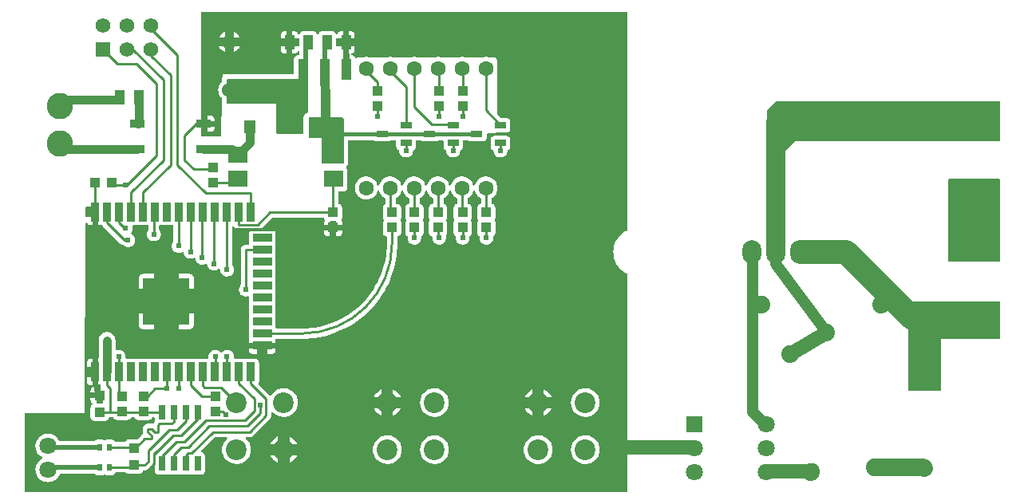
<source format=gtl>
G04 Layer: TopLayer*
G04 EasyEDA v6.5.15, 2022-09-18 23:53:43*
G04 d3691748ad514627a52f7aef6c0eae22,d4513426d2154aa39f2c2607306ca696,10*
G04 Gerber Generator version 0.2*
G04 Scale: 100 percent, Rotated: No, Reflected: No *
G04 Dimensions in millimeters *
G04 leading zeros omitted , absolute positions ,4 integer and 5 decimal *
%FSLAX45Y45*%
%MOMM*%

%AMMACRO1*21,1,$1,$2,0,0,$3*%
%ADD10C,0.5080*%
%ADD11C,0.4060*%
%ADD12C,0.2540*%
%ADD13C,0.9000*%
%ADD14C,1.2000*%
%ADD15C,2.5400*%
%ADD16C,1.5000*%
%ADD17C,1.8800*%
%ADD18C,2.0320*%
%ADD19C,0.3556*%
%ADD20R,0.5000X0.8000*%
%ADD21R,1.1000X1.0000*%
%ADD22R,0.6500X1.5500*%
%ADD23R,1.0000X1.5500*%
%ADD24R,1.2000X1.4000*%
%ADD25R,0.9000X2.0000*%
%ADD26R,2.0000X0.9000*%
%ADD27MACRO1,2X0.9X0.0000*%
%ADD28MACRO1,2X0.9X90.0000*%
%ADD29R,5.0000X5.0000*%
%ADD30R,1.0000X1.1000*%
%ADD31R,1.5000X0.9000*%
%ADD32R,3.5000X2.2000*%
%ADD33R,1.1000X2.2000*%
%ADD34R,1.2500X0.7000*%
%ADD35R,2.0000X1.8000*%
%ADD36C,1.6000*%
%ADD37C,2.2000*%
%ADD38C,2.8000*%
%ADD39C,1.8796*%
%ADD40C,1.5748*%
%ADD41R,1.5748X1.5748*%
%ADD42R,1.8000X1.8000*%
%ADD43C,1.8000*%
%ADD44O,1.9999959999999999X2.4999949999999997*%
%ADD45C,1.5240*%
%ADD46C,0.6200*%
%ADD47C,0.6198*%
%ADD48C,0.0157*%

%LPD*%
G36*
X2685034Y-1299921D02*
G01*
X2681122Y-1299159D01*
X2677820Y-1296974D01*
X2675636Y-1293672D01*
X2674874Y-1289761D01*
X2674874Y-975969D01*
X2673858Y-974953D01*
X2155647Y-974953D01*
X2151735Y-974140D01*
X2148433Y-971905D01*
X2146198Y-968552D01*
X2145487Y-964590D01*
X2150059Y-723747D01*
X2150872Y-719937D01*
X2153107Y-716686D01*
X2156358Y-714552D01*
X2160219Y-713790D01*
X2961894Y-713790D01*
X2971241Y-712978D01*
X2979877Y-710641D01*
X2987954Y-706882D01*
X2996285Y-700938D01*
X3000349Y-699211D01*
X3004769Y-699414D01*
X3008680Y-701446D01*
X3011373Y-704900D01*
X3012338Y-709218D01*
X3012338Y-1064260D01*
X3011373Y-1068578D01*
X3008680Y-1072083D01*
X3004718Y-1074064D01*
X2994761Y-1076655D01*
X2986684Y-1080414D01*
X2979369Y-1085545D01*
X2973070Y-1091895D01*
X2967939Y-1099210D01*
X2964180Y-1107287D01*
X2961843Y-1115923D01*
X2961030Y-1125270D01*
X2961030Y-1289761D01*
X2960268Y-1293672D01*
X2958033Y-1296974D01*
X2954731Y-1299159D01*
X2950870Y-1299921D01*
G37*

%LPD*%
G36*
X3377336Y-1612493D02*
G01*
X3159861Y-1612442D01*
X3156000Y-1611630D01*
X3152749Y-1609496D01*
X3150514Y-1606245D01*
X3149701Y-1602384D01*
X3137458Y-522732D01*
X3138170Y-518820D01*
X3140405Y-515467D01*
X3143707Y-513232D01*
X3147618Y-512470D01*
X3227374Y-512470D01*
X3231235Y-513232D01*
X3234486Y-515366D01*
X3236722Y-518617D01*
X3237534Y-522427D01*
X3249828Y-1123950D01*
X3250793Y-1124966D01*
X3377184Y-1124966D01*
X3381044Y-1125728D01*
X3384346Y-1127912D01*
X3386531Y-1131214D01*
X3387344Y-1135075D01*
X3387496Y-1602333D01*
X3386734Y-1606194D01*
X3384499Y-1609496D01*
X3381197Y-1611731D01*
G37*

%LPD*%
G36*
X7885125Y-1660652D02*
G01*
X7881264Y-1659839D01*
X7877962Y-1657654D01*
X7875778Y-1654352D01*
X7874965Y-1650492D01*
X7874965Y-1054201D01*
X7875778Y-1050340D01*
X7877962Y-1047038D01*
X7971993Y-953008D01*
X7975295Y-950772D01*
X7979206Y-950010D01*
X10339832Y-950010D01*
X10343743Y-950772D01*
X10346994Y-953008D01*
X10349230Y-956259D01*
X10349992Y-960170D01*
X10349992Y-1364843D01*
X10349230Y-1368755D01*
X10346994Y-1372006D01*
X10343743Y-1374241D01*
X10339832Y-1375003D01*
X8176006Y-1375003D01*
X8174278Y-1375714D01*
X7892338Y-1657654D01*
X7889036Y-1659839D01*
G37*

%LPD*%
G36*
X9810140Y-2650032D02*
G01*
X9806228Y-2649220D01*
X9802977Y-2647035D01*
X9800742Y-2643733D01*
X9799980Y-2639872D01*
X9799980Y-1785162D01*
X9800742Y-1781251D01*
X9802977Y-1778000D01*
X9806228Y-1775764D01*
X9810140Y-1775002D01*
X10339832Y-1775002D01*
X10343743Y-1775764D01*
X10346994Y-1778000D01*
X10349230Y-1781251D01*
X10349992Y-1785162D01*
X10349992Y-2639872D01*
X10349230Y-2643733D01*
X10346994Y-2647035D01*
X10343743Y-2649220D01*
X10339832Y-2650032D01*
G37*

%LPD*%
G36*
X9385147Y-4024985D02*
G01*
X9381236Y-4024223D01*
X9377984Y-4021988D01*
X9375749Y-4018737D01*
X9374987Y-4014825D01*
X9374987Y-3085185D01*
X9375749Y-3081274D01*
X9377984Y-3077972D01*
X9381236Y-3075787D01*
X9385147Y-3075025D01*
X10339832Y-3075025D01*
X10343743Y-3075787D01*
X10346994Y-3077972D01*
X10349230Y-3081274D01*
X10349992Y-3085185D01*
X10349992Y-3464864D01*
X10349230Y-3468725D01*
X10346994Y-3472027D01*
X10343743Y-3474212D01*
X10339832Y-3475024D01*
X9725964Y-3475024D01*
X9724999Y-3475990D01*
X9724999Y-4014825D01*
X9724186Y-4018737D01*
X9722002Y-4021988D01*
X9718700Y-4024223D01*
X9714839Y-4024985D01*
G37*

%LPD*%
G36*
X10668Y-5099710D02*
G01*
X6756Y-5098948D01*
X3505Y-5096764D01*
X1270Y-5093462D01*
X508Y-5089550D01*
X508Y-4272686D01*
X1270Y-4268774D01*
X3505Y-4265472D01*
X6756Y-4263288D01*
X10668Y-4262526D01*
X636473Y-4262526D01*
X637489Y-4261510D01*
X648766Y-2248052D01*
X649732Y-2243734D01*
X652475Y-2240229D01*
X656488Y-2238248D01*
X660908Y-2238146D01*
X664972Y-2239975D01*
X667867Y-2243328D01*
X670610Y-2248458D01*
X675894Y-2254859D01*
X682345Y-2260142D01*
X689660Y-2264054D01*
X697636Y-2266492D01*
X706424Y-2267356D01*
X722071Y-2267356D01*
X722071Y-2181199D01*
X659333Y-2181199D01*
X655421Y-2180437D01*
X652119Y-2178202D01*
X649935Y-2174900D01*
X649173Y-2170988D01*
X649681Y-2078583D01*
X650494Y-2074722D01*
X652678Y-2071471D01*
X655980Y-2069287D01*
X659841Y-2068525D01*
X722071Y-2068525D01*
X722071Y-2035149D01*
X722833Y-2031288D01*
X725017Y-2027986D01*
X728319Y-2025751D01*
X732231Y-2024989D01*
X769620Y-2024989D01*
X773480Y-2025751D01*
X776782Y-2027986D01*
X778967Y-2031288D01*
X779780Y-2035149D01*
X779780Y-2068525D01*
X784148Y-2069287D01*
X787450Y-2071471D01*
X789635Y-2074773D01*
X790397Y-2078685D01*
X790397Y-2171039D01*
X789635Y-2174951D01*
X787450Y-2178202D01*
X784148Y-2180437D01*
X779780Y-2181199D01*
X779780Y-2267356D01*
X795426Y-2267356D01*
X804214Y-2266492D01*
X811479Y-2264308D01*
X814425Y-2263851D01*
X817372Y-2264308D01*
X825601Y-2266797D01*
X828294Y-2268067D01*
X830478Y-2270048D01*
X836930Y-2277465D01*
X1023315Y-2463850D01*
X1027074Y-2467254D01*
X1030884Y-2470200D01*
X1034948Y-2472791D01*
X1039215Y-2475026D01*
X1043635Y-2476855D01*
X1047902Y-2478176D01*
X1051052Y-2479802D01*
X1060043Y-2486660D01*
X1069949Y-2492044D01*
X1080516Y-2495804D01*
X1091590Y-2497988D01*
X1102817Y-2498394D01*
X1113993Y-2497124D01*
X1124813Y-2494127D01*
X1135075Y-2489504D01*
X1144524Y-2483408D01*
X1152906Y-2475941D01*
X1160068Y-2467254D01*
X1165860Y-2457602D01*
X1170025Y-2447137D01*
X1172616Y-2436215D01*
X1173480Y-2424988D01*
X1172616Y-2413762D01*
X1170025Y-2402840D01*
X1165860Y-2392375D01*
X1160068Y-2382723D01*
X1152906Y-2374036D01*
X1144524Y-2366568D01*
X1134872Y-2360320D01*
X1131874Y-2357323D01*
X1130350Y-2353360D01*
X1130604Y-2349093D01*
X1132586Y-2345334D01*
X1135075Y-2342286D01*
X1140866Y-2332583D01*
X1145032Y-2322169D01*
X1147622Y-2311196D01*
X1148486Y-2300020D01*
X1147622Y-2288794D01*
X1145540Y-2279853D01*
X1145336Y-2276195D01*
X1146454Y-2272741D01*
X1148689Y-2269896D01*
X1151839Y-2268016D01*
X1155395Y-2267356D01*
X1176426Y-2267356D01*
X1185214Y-2266492D01*
X1192479Y-2264308D01*
X1195425Y-2263851D01*
X1198372Y-2264308D01*
X1205636Y-2266492D01*
X1214424Y-2267356D01*
X1303426Y-2267356D01*
X1308658Y-2266848D01*
X1312824Y-2267305D01*
X1316482Y-2269439D01*
X1318920Y-2272842D01*
X1319784Y-2276957D01*
X1319784Y-2310434D01*
X1319326Y-2313533D01*
X1317955Y-2316327D01*
X1311859Y-2324963D01*
X1306880Y-2335022D01*
X1303477Y-2345740D01*
X1301750Y-2356866D01*
X1301750Y-2368143D01*
X1303477Y-2379268D01*
X1306880Y-2389987D01*
X1311859Y-2400046D01*
X1318310Y-2409240D01*
X1326134Y-2417368D01*
X1335074Y-2424176D01*
X1344930Y-2429560D01*
X1355547Y-2433320D01*
X1366570Y-2435504D01*
X1377797Y-2435910D01*
X1388973Y-2434640D01*
X1399844Y-2431643D01*
X1410106Y-2427020D01*
X1419555Y-2420924D01*
X1427937Y-2413457D01*
X1435100Y-2404770D01*
X1440840Y-2395118D01*
X1445056Y-2384653D01*
X1447596Y-2373731D01*
X1448460Y-2362504D01*
X1447596Y-2351278D01*
X1445056Y-2340356D01*
X1440840Y-2329891D01*
X1435100Y-2320239D01*
X1432509Y-2317140D01*
X1430832Y-2314092D01*
X1430223Y-2310688D01*
X1430223Y-2276602D01*
X1430883Y-2272995D01*
X1432763Y-2269845D01*
X1435658Y-2267559D01*
X1446479Y-2264308D01*
X1449425Y-2263851D01*
X1452372Y-2264308D01*
X1459636Y-2266492D01*
X1468424Y-2267356D01*
X1557426Y-2267356D01*
X1566214Y-2266492D01*
X1569212Y-2265578D01*
X1572920Y-2265172D01*
X1576578Y-2266188D01*
X1579626Y-2268423D01*
X1581607Y-2271623D01*
X1582318Y-2275281D01*
X1582318Y-2435453D01*
X1581810Y-2438501D01*
X1580438Y-2441295D01*
X1574342Y-2449931D01*
X1569364Y-2460040D01*
X1565960Y-2470759D01*
X1564233Y-2481884D01*
X1564233Y-2493111D01*
X1565960Y-2504236D01*
X1569364Y-2514955D01*
X1574342Y-2525064D01*
X1580845Y-2534259D01*
X1588617Y-2542336D01*
X1597558Y-2549194D01*
X1607464Y-2554528D01*
X1618030Y-2558338D01*
X1629105Y-2560472D01*
X1640332Y-2560929D01*
X1651507Y-2559608D01*
X1662328Y-2556662D01*
X1672589Y-2552039D01*
X1674063Y-2551125D01*
X1677822Y-2549652D01*
X1681835Y-2549702D01*
X1685493Y-2551379D01*
X1688236Y-2554325D01*
X1689658Y-2558084D01*
X1690979Y-2566771D01*
X1694383Y-2577490D01*
X1699361Y-2587548D01*
X1705813Y-2596743D01*
X1713636Y-2604871D01*
X1722577Y-2611678D01*
X1732432Y-2617063D01*
X1743049Y-2620822D01*
X1754073Y-2623007D01*
X1765300Y-2623413D01*
X1776475Y-2622143D01*
X1787347Y-2619146D01*
X1797608Y-2614523D01*
X1799082Y-2613609D01*
X1802790Y-2612136D01*
X1806803Y-2612237D01*
X1810512Y-2613863D01*
X1813255Y-2616809D01*
X1814626Y-2620568D01*
X1815947Y-2629255D01*
X1819351Y-2639974D01*
X1824329Y-2650032D01*
X1830832Y-2659227D01*
X1838604Y-2667355D01*
X1847545Y-2674162D01*
X1857451Y-2679547D01*
X1868017Y-2683306D01*
X1879092Y-2685491D01*
X1890318Y-2685897D01*
X1901494Y-2684627D01*
X1912315Y-2681630D01*
X1922576Y-2677007D01*
X1924050Y-2676093D01*
X1927809Y-2674620D01*
X1931822Y-2674721D01*
X1935480Y-2676347D01*
X1938223Y-2679293D01*
X1939594Y-2683052D01*
X1940966Y-2691739D01*
X1944319Y-2702458D01*
X1949348Y-2712567D01*
X1955800Y-2721762D01*
X1963623Y-2729839D01*
X1972564Y-2736697D01*
X1982419Y-2742031D01*
X1993036Y-2745841D01*
X2004060Y-2747975D01*
X2015286Y-2748432D01*
X2026462Y-2747111D01*
X2037334Y-2744165D01*
X2047595Y-2739542D01*
X2057044Y-2733446D01*
X2059838Y-2730957D01*
X2063140Y-2728976D01*
X2066950Y-2728366D01*
X2070760Y-2729280D01*
X2073910Y-2731516D01*
X2075992Y-2734716D01*
X2076754Y-2738526D01*
X2076754Y-2743149D01*
X2078482Y-2754274D01*
X2081834Y-2764993D01*
X2086864Y-2775051D01*
X2093315Y-2784246D01*
X2101138Y-2792374D01*
X2110079Y-2799181D01*
X2119934Y-2804566D01*
X2130552Y-2808376D01*
X2141575Y-2810510D01*
X2152802Y-2810916D01*
X2163978Y-2809646D01*
X2174849Y-2806649D01*
X2185111Y-2802077D01*
X2194560Y-2795930D01*
X2202942Y-2788462D01*
X2210104Y-2779776D01*
X2215845Y-2770124D01*
X2220061Y-2759659D01*
X2222601Y-2748737D01*
X2223465Y-2737510D01*
X2222601Y-2726283D01*
X2220061Y-2715361D01*
X2215845Y-2704896D01*
X2210104Y-2695244D01*
X2207514Y-2692095D01*
X2205837Y-2689098D01*
X2205228Y-2685643D01*
X2205228Y-2288997D01*
X2205990Y-2285136D01*
X2208123Y-2281885D01*
X2211324Y-2279650D01*
X2215134Y-2278837D01*
X2218944Y-2279446D01*
X2222296Y-2281529D01*
X2224582Y-2284679D01*
X2227072Y-2289962D01*
X2232558Y-2297836D01*
X2239365Y-2304643D01*
X2247239Y-2310130D01*
X2255977Y-2314194D01*
X2265222Y-2316683D01*
X2275281Y-2317597D01*
X2381199Y-2317597D01*
X2384958Y-2318308D01*
X2388158Y-2320340D01*
X2390394Y-2323388D01*
X2391359Y-2327097D01*
X2390902Y-2330856D01*
X2384653Y-2342083D01*
X2382266Y-2350058D01*
X2381402Y-2358847D01*
X2381402Y-2447848D01*
X2382266Y-2456637D01*
X2383231Y-2459736D01*
X2383637Y-2463495D01*
X2382621Y-2467152D01*
X2380386Y-2470150D01*
X2377186Y-2472131D01*
X2373477Y-2472842D01*
X2350465Y-2472842D01*
X2340406Y-2473756D01*
X2331161Y-2476246D01*
X2322423Y-2480310D01*
X2314549Y-2485796D01*
X2307742Y-2492603D01*
X2302256Y-2500477D01*
X2298192Y-2509215D01*
X2295702Y-2518460D01*
X2294788Y-2528519D01*
X2294788Y-2897936D01*
X2294331Y-2900984D01*
X2292959Y-2903778D01*
X2286863Y-2912465D01*
X2281834Y-2922524D01*
X2278481Y-2933242D01*
X2276754Y-2944368D01*
X2276754Y-2955645D01*
X2278481Y-2966770D01*
X2281834Y-2977489D01*
X2286863Y-2987548D01*
X2293315Y-2996742D01*
X2301138Y-3004870D01*
X2310079Y-3011678D01*
X2319934Y-3017062D01*
X2330551Y-3020872D01*
X2341575Y-3023006D01*
X2352802Y-3023412D01*
X2363978Y-3022142D01*
X2368550Y-3020872D01*
X2372258Y-3020568D01*
X2375814Y-3021634D01*
X2378811Y-3023870D01*
X2380742Y-3027019D01*
X2381402Y-3030677D01*
X2381402Y-3082848D01*
X2382266Y-3091637D01*
X2384501Y-3098901D01*
X2384907Y-3101848D01*
X2384501Y-3104794D01*
X2382266Y-3112058D01*
X2381402Y-3120847D01*
X2381402Y-3209848D01*
X2382266Y-3218637D01*
X2384501Y-3225901D01*
X2384907Y-3228848D01*
X2384501Y-3231794D01*
X2382266Y-3239058D01*
X2381402Y-3247847D01*
X2381402Y-3336848D01*
X2382266Y-3345637D01*
X2384501Y-3352901D01*
X2384907Y-3355848D01*
X2384501Y-3358794D01*
X2382266Y-3366058D01*
X2381402Y-3374847D01*
X2381402Y-3463848D01*
X2382266Y-3472637D01*
X2384501Y-3479901D01*
X2384907Y-3482848D01*
X2384501Y-3485794D01*
X2382266Y-3493058D01*
X2381402Y-3501847D01*
X2381402Y-3517493D01*
X2467559Y-3517493D01*
X2468321Y-3513124D01*
X2470556Y-3509822D01*
X2473858Y-3507638D01*
X2477719Y-3506825D01*
X2570124Y-3506825D01*
X2573985Y-3507638D01*
X2577287Y-3509822D01*
X2579522Y-3513124D01*
X2580284Y-3517493D01*
X2666441Y-3517493D01*
X2666441Y-3501847D01*
X2665577Y-3493058D01*
X2663342Y-3485794D01*
X2662936Y-3482848D01*
X2663494Y-3479393D01*
X2665577Y-3475634D01*
X2669032Y-3473094D01*
X2673248Y-3472179D01*
X2949854Y-3472179D01*
X2994202Y-3470960D01*
X3037992Y-3467862D01*
X3081629Y-3462883D01*
X3125012Y-3455974D01*
X3168040Y-3447237D01*
X3210610Y-3436620D01*
X3252724Y-3424123D01*
X3294278Y-3409848D01*
X3335121Y-3393795D01*
X3375253Y-3375964D01*
X3414572Y-3356356D01*
X3452977Y-3335121D01*
X3490468Y-3312210D01*
X3526891Y-3287725D01*
X3562248Y-3261664D01*
X3596386Y-3234080D01*
X3629355Y-3205022D01*
X3661003Y-3174593D01*
X3691280Y-3142792D01*
X3720185Y-3109722D01*
X3747617Y-3075432D01*
X3773525Y-3039973D01*
X3797858Y-3003448D01*
X3820566Y-2965856D01*
X3841648Y-2927350D01*
X3861054Y-2887980D01*
X3878681Y-2847746D01*
X3894582Y-2806801D01*
X3908704Y-2765247D01*
X3920998Y-2723083D01*
X3931412Y-2680411D01*
X3939997Y-2637332D01*
X3946651Y-2593949D01*
X3951478Y-2550312D01*
X3954373Y-2506472D01*
X3955389Y-2462784D01*
X3954983Y-2455926D01*
X3954983Y-2394000D01*
X3955897Y-2389835D01*
X3958437Y-2386380D01*
X3962196Y-2384298D01*
X3971036Y-2381605D01*
X3978401Y-2377694D01*
X3984802Y-2372410D01*
X3990086Y-2365959D01*
X3993997Y-2358644D01*
X3996436Y-2350668D01*
X3997299Y-2341880D01*
X3997299Y-2242870D01*
X3996436Y-2234082D01*
X3993997Y-2226106D01*
X3989628Y-2217928D01*
X3988714Y-2215591D01*
X3988409Y-2211628D01*
X3988714Y-2209190D01*
X3989628Y-2206853D01*
X3993997Y-2198624D01*
X3996436Y-2190648D01*
X3997299Y-2181910D01*
X3997299Y-2082901D01*
X3996436Y-2074113D01*
X3993997Y-2066137D01*
X3990086Y-2058822D01*
X3984802Y-2052370D01*
X3978401Y-2047087D01*
X3971036Y-2043175D01*
X3963060Y-2040737D01*
X3954272Y-2039874D01*
X3949293Y-2039874D01*
X3945382Y-2039112D01*
X3942079Y-2036927D01*
X3939895Y-2033625D01*
X3939133Y-2029714D01*
X3939133Y-1986280D01*
X3939743Y-1982774D01*
X3941521Y-1979726D01*
X3944213Y-1977440D01*
X3949141Y-1974596D01*
X3961180Y-1965502D01*
X3972001Y-1955038D01*
X3981450Y-1943252D01*
X3989425Y-1930450D01*
X3995724Y-1916734D01*
X3998772Y-1907133D01*
X4000957Y-1903374D01*
X4004513Y-1900885D01*
X4008780Y-1900072D01*
X4012996Y-1901139D01*
X4016349Y-1903882D01*
X4018279Y-1907743D01*
X4018787Y-1909622D01*
X4024223Y-1923694D01*
X4031335Y-1937004D01*
X4040073Y-1949297D01*
X4050233Y-1960422D01*
X4061663Y-1970227D01*
X4074261Y-1978558D01*
X4077106Y-1979980D01*
X4080052Y-1982216D01*
X4082034Y-1985416D01*
X4082694Y-1989074D01*
X4082694Y-2030679D01*
X4081779Y-2034895D01*
X4079189Y-2038350D01*
X4075429Y-2040432D01*
X4065981Y-2043175D01*
X4058716Y-2047087D01*
X4052265Y-2052370D01*
X4046982Y-2058822D01*
X4043070Y-2066137D01*
X4040632Y-2074113D01*
X4039768Y-2082901D01*
X4039768Y-2181910D01*
X4040632Y-2190648D01*
X4043070Y-2198624D01*
X4047439Y-2206853D01*
X4048353Y-2209190D01*
X4048658Y-2213102D01*
X4048353Y-2215591D01*
X4047439Y-2217928D01*
X4043070Y-2226106D01*
X4040632Y-2234082D01*
X4039768Y-2242870D01*
X4039768Y-2341880D01*
X4040632Y-2350668D01*
X4043070Y-2358644D01*
X4046982Y-2365959D01*
X4052265Y-2372410D01*
X4062780Y-2380843D01*
X4064660Y-2384552D01*
X4064863Y-2388666D01*
X4064000Y-2394254D01*
X4064000Y-2405481D01*
X4065727Y-2416606D01*
X4069130Y-2427325D01*
X4074109Y-2437434D01*
X4080611Y-2446629D01*
X4088384Y-2454706D01*
X4097324Y-2461564D01*
X4107230Y-2466898D01*
X4117797Y-2470708D01*
X4128871Y-2472842D01*
X4140098Y-2473299D01*
X4151274Y-2471978D01*
X4162094Y-2469032D01*
X4172356Y-2464409D01*
X4181805Y-2458313D01*
X4190237Y-2450795D01*
X4197400Y-2442159D01*
X4203141Y-2432456D01*
X4207357Y-2422042D01*
X4209897Y-2411069D01*
X4210761Y-2399893D01*
X4209846Y-2387854D01*
X4210253Y-2384145D01*
X4211980Y-2380843D01*
X4222292Y-2372410D01*
X4227576Y-2365959D01*
X4231487Y-2358644D01*
X4233926Y-2350668D01*
X4234789Y-2341880D01*
X4234789Y-2242870D01*
X4233926Y-2234082D01*
X4231487Y-2226106D01*
X4227118Y-2217928D01*
X4226204Y-2215591D01*
X4225899Y-2211628D01*
X4226204Y-2209190D01*
X4227118Y-2206853D01*
X4231487Y-2198624D01*
X4233926Y-2190648D01*
X4234789Y-2181910D01*
X4234789Y-2082901D01*
X4233926Y-2074113D01*
X4231487Y-2066137D01*
X4227576Y-2058822D01*
X4222292Y-2052370D01*
X4215892Y-2047087D01*
X4208526Y-2043175D01*
X4200347Y-2040686D01*
X4196588Y-2038604D01*
X4194048Y-2035149D01*
X4193133Y-2030933D01*
X4193133Y-1986280D01*
X4193743Y-1982774D01*
X4195521Y-1979726D01*
X4198213Y-1977440D01*
X4203141Y-1974596D01*
X4215180Y-1965502D01*
X4226001Y-1955038D01*
X4235450Y-1943252D01*
X4243425Y-1930450D01*
X4249724Y-1916734D01*
X4252772Y-1907133D01*
X4254957Y-1903374D01*
X4258513Y-1900885D01*
X4262780Y-1900072D01*
X4266996Y-1901139D01*
X4270349Y-1903882D01*
X4272280Y-1907743D01*
X4272788Y-1909622D01*
X4278223Y-1923694D01*
X4285335Y-1937004D01*
X4294073Y-1949297D01*
X4304233Y-1960422D01*
X4315663Y-1970227D01*
X4328261Y-1978558D01*
X4331106Y-1979980D01*
X4334052Y-1982216D01*
X4336034Y-1985416D01*
X4336694Y-1989074D01*
X4336694Y-2030272D01*
X4336034Y-2033930D01*
X4334103Y-2037080D01*
X4331106Y-2039366D01*
X4327550Y-2040382D01*
X4323994Y-2040737D01*
X4316018Y-2043175D01*
X4308703Y-2047087D01*
X4302252Y-2052370D01*
X4296968Y-2058822D01*
X4293057Y-2066137D01*
X4290618Y-2074113D01*
X4289755Y-2082901D01*
X4289755Y-2181910D01*
X4290618Y-2190648D01*
X4293057Y-2198624D01*
X4297426Y-2206853D01*
X4298340Y-2209190D01*
X4298645Y-2213102D01*
X4298340Y-2215591D01*
X4297426Y-2217928D01*
X4293057Y-2226106D01*
X4290618Y-2234082D01*
X4289755Y-2242870D01*
X4289755Y-2341880D01*
X4290618Y-2350668D01*
X4293057Y-2358644D01*
X4296968Y-2365959D01*
X4302252Y-2372410D01*
X4308703Y-2377694D01*
X4316018Y-2381605D01*
X4319778Y-2382723D01*
X4322978Y-2384399D01*
X4325416Y-2387041D01*
X4326788Y-2390394D01*
X4326788Y-2405684D01*
X4328515Y-2416810D01*
X4331919Y-2427528D01*
X4336897Y-2437587D01*
X4343349Y-2446782D01*
X4351172Y-2454910D01*
X4360113Y-2461717D01*
X4369968Y-2467102D01*
X4380585Y-2470861D01*
X4391609Y-2473045D01*
X4402836Y-2473452D01*
X4414012Y-2472182D01*
X4424883Y-2469184D01*
X4435144Y-2464562D01*
X4444593Y-2458466D01*
X4452975Y-2450998D01*
X4460138Y-2442311D01*
X4465878Y-2432659D01*
X4470095Y-2422194D01*
X4472635Y-2411272D01*
X4473498Y-2400046D01*
X4472635Y-2388819D01*
X4470704Y-2380589D01*
X4470501Y-2377490D01*
X4471162Y-2374493D01*
X4472736Y-2371852D01*
X4477562Y-2365959D01*
X4481474Y-2358644D01*
X4483912Y-2350668D01*
X4484776Y-2341880D01*
X4484776Y-2242870D01*
X4483912Y-2234082D01*
X4481474Y-2226106D01*
X4477105Y-2217928D01*
X4476191Y-2215591D01*
X4475886Y-2211628D01*
X4476191Y-2209190D01*
X4477105Y-2206853D01*
X4481474Y-2198624D01*
X4483912Y-2190648D01*
X4484776Y-2181910D01*
X4484776Y-2082901D01*
X4483912Y-2074113D01*
X4481474Y-2066137D01*
X4477562Y-2058822D01*
X4472279Y-2052370D01*
X4465878Y-2047087D01*
X4458512Y-2043175D01*
X4454347Y-2041906D01*
X4450588Y-2039823D01*
X4448048Y-2036368D01*
X4447133Y-2032152D01*
X4447133Y-1986280D01*
X4447743Y-1982774D01*
X4449521Y-1979726D01*
X4452213Y-1977440D01*
X4457141Y-1974596D01*
X4469180Y-1965502D01*
X4480001Y-1955038D01*
X4489450Y-1943252D01*
X4497425Y-1930450D01*
X4503724Y-1916734D01*
X4506772Y-1907133D01*
X4508957Y-1903374D01*
X4512513Y-1900885D01*
X4516780Y-1900072D01*
X4520996Y-1901139D01*
X4524349Y-1903882D01*
X4526280Y-1907743D01*
X4526788Y-1909622D01*
X4532223Y-1923694D01*
X4539335Y-1937004D01*
X4548073Y-1949297D01*
X4558233Y-1960422D01*
X4569663Y-1970227D01*
X4582261Y-1978558D01*
X4585106Y-1979980D01*
X4588052Y-1982216D01*
X4590034Y-1985416D01*
X4590694Y-1989074D01*
X4590694Y-2031898D01*
X4589830Y-2036114D01*
X4587240Y-2039569D01*
X4583480Y-2041652D01*
X4578502Y-2043175D01*
X4571187Y-2047087D01*
X4564735Y-2052370D01*
X4559452Y-2058822D01*
X4555540Y-2066137D01*
X4553102Y-2074113D01*
X4552238Y-2082901D01*
X4552238Y-2181910D01*
X4553102Y-2190648D01*
X4555540Y-2198624D01*
X4559909Y-2206853D01*
X4560824Y-2209190D01*
X4561128Y-2213102D01*
X4560824Y-2215591D01*
X4559909Y-2217928D01*
X4555540Y-2226106D01*
X4553102Y-2234082D01*
X4552238Y-2242870D01*
X4552238Y-2341880D01*
X4553102Y-2350668D01*
X4555540Y-2358644D01*
X4559452Y-2365959D01*
X4564735Y-2372410D01*
X4571187Y-2377694D01*
X4575505Y-2380945D01*
X4577384Y-2384653D01*
X4577588Y-2388819D01*
X4576724Y-2394407D01*
X4576724Y-2405684D01*
X4578451Y-2416810D01*
X4581855Y-2427528D01*
X4586833Y-2437587D01*
X4593285Y-2446782D01*
X4601108Y-2454910D01*
X4610049Y-2461717D01*
X4619904Y-2467102D01*
X4630521Y-2470861D01*
X4641545Y-2473045D01*
X4652772Y-2473452D01*
X4663948Y-2472182D01*
X4674819Y-2469184D01*
X4685080Y-2464562D01*
X4694529Y-2458466D01*
X4702911Y-2450998D01*
X4710074Y-2442311D01*
X4715814Y-2432659D01*
X4720031Y-2422194D01*
X4722571Y-2411272D01*
X4723434Y-2400046D01*
X4722520Y-2388057D01*
X4722774Y-2384806D01*
X4724044Y-2381859D01*
X4726228Y-2379421D01*
X4734763Y-2372410D01*
X4740046Y-2365959D01*
X4743958Y-2358644D01*
X4746396Y-2350668D01*
X4747260Y-2341880D01*
X4747260Y-2242870D01*
X4746396Y-2234082D01*
X4743958Y-2226106D01*
X4739589Y-2217928D01*
X4738674Y-2215591D01*
X4738370Y-2211628D01*
X4738674Y-2209190D01*
X4739589Y-2206853D01*
X4743958Y-2198624D01*
X4746396Y-2190648D01*
X4747260Y-2181910D01*
X4747260Y-2082901D01*
X4746396Y-2074113D01*
X4743958Y-2066137D01*
X4740046Y-2058822D01*
X4734763Y-2052370D01*
X4728362Y-2047087D01*
X4720996Y-2043175D01*
X4713020Y-2040737D01*
X4710277Y-2040483D01*
X4706721Y-2039416D01*
X4703775Y-2037181D01*
X4701794Y-2034032D01*
X4701133Y-2030374D01*
X4701133Y-1986280D01*
X4701743Y-1982774D01*
X4703521Y-1979726D01*
X4706213Y-1977440D01*
X4711141Y-1974596D01*
X4723180Y-1965502D01*
X4734001Y-1955038D01*
X4743450Y-1943252D01*
X4751425Y-1930450D01*
X4757724Y-1916734D01*
X4760772Y-1907133D01*
X4762957Y-1903374D01*
X4766513Y-1900885D01*
X4770780Y-1900072D01*
X4774996Y-1901139D01*
X4778349Y-1903882D01*
X4780280Y-1907743D01*
X4780788Y-1909622D01*
X4786223Y-1923694D01*
X4793335Y-1937004D01*
X4802073Y-1949297D01*
X4812233Y-1960422D01*
X4823663Y-1970227D01*
X4836261Y-1978558D01*
X4839106Y-1979980D01*
X4842052Y-1982216D01*
X4844034Y-1985416D01*
X4844694Y-1989074D01*
X4844694Y-2030730D01*
X4843780Y-2034895D01*
X4841240Y-2038350D01*
X4837480Y-2040432D01*
X4828489Y-2043175D01*
X4821174Y-2047087D01*
X4814722Y-2052370D01*
X4809439Y-2058822D01*
X4805527Y-2066137D01*
X4803089Y-2074113D01*
X4802225Y-2082901D01*
X4802225Y-2181910D01*
X4803089Y-2190648D01*
X4805527Y-2198624D01*
X4809896Y-2206853D01*
X4810810Y-2209190D01*
X4811115Y-2213102D01*
X4810810Y-2215591D01*
X4809896Y-2217928D01*
X4805527Y-2226106D01*
X4803089Y-2234082D01*
X4802225Y-2242870D01*
X4802225Y-2341880D01*
X4803089Y-2350668D01*
X4805527Y-2358644D01*
X4809439Y-2365959D01*
X4814722Y-2372410D01*
X4825441Y-2380945D01*
X4827320Y-2384653D01*
X4827524Y-2388768D01*
X4826660Y-2394407D01*
X4826660Y-2405684D01*
X4828387Y-2416810D01*
X4831791Y-2427528D01*
X4836769Y-2437587D01*
X4843221Y-2446782D01*
X4851044Y-2454910D01*
X4859985Y-2461717D01*
X4869840Y-2467102D01*
X4880457Y-2470861D01*
X4891481Y-2473045D01*
X4902708Y-2473452D01*
X4913884Y-2472182D01*
X4924755Y-2469184D01*
X4935016Y-2464562D01*
X4944465Y-2458466D01*
X4952847Y-2450998D01*
X4960010Y-2442311D01*
X4965750Y-2432659D01*
X4969967Y-2422194D01*
X4972507Y-2411272D01*
X4973370Y-2400046D01*
X4972456Y-2388057D01*
X4972710Y-2384806D01*
X4974031Y-2381808D01*
X4976164Y-2379421D01*
X4984750Y-2372360D01*
X4990033Y-2365959D01*
X4993944Y-2358644D01*
X4996383Y-2350668D01*
X4997246Y-2341880D01*
X4997246Y-2242870D01*
X4996383Y-2234082D01*
X4993944Y-2226106D01*
X4989576Y-2217928D01*
X4988661Y-2215591D01*
X4988356Y-2211628D01*
X4988661Y-2209190D01*
X4989576Y-2206853D01*
X4993944Y-2198624D01*
X4996383Y-2190648D01*
X4997246Y-2181910D01*
X4997246Y-2082901D01*
X4996383Y-2074113D01*
X4993944Y-2066137D01*
X4990033Y-2058822D01*
X4984750Y-2052370D01*
X4978349Y-2047087D01*
X4970983Y-2043175D01*
X4962347Y-2040534D01*
X4958588Y-2038451D01*
X4956048Y-2034997D01*
X4955133Y-2030831D01*
X4955133Y-1986280D01*
X4955743Y-1982774D01*
X4957521Y-1979726D01*
X4960213Y-1977440D01*
X4965141Y-1974596D01*
X4977180Y-1965502D01*
X4988001Y-1955038D01*
X4997450Y-1943252D01*
X5005425Y-1930450D01*
X5011724Y-1916734D01*
X5016296Y-1902358D01*
X5019040Y-1887575D01*
X5020005Y-1872488D01*
X5019040Y-1857451D01*
X5016296Y-1842617D01*
X5011724Y-1828241D01*
X5005425Y-1814575D01*
X4997450Y-1801723D01*
X4988001Y-1789988D01*
X4977180Y-1779473D01*
X4965141Y-1770380D01*
X4952085Y-1762861D01*
X4938217Y-1756968D01*
X4923688Y-1752854D01*
X4908804Y-1750517D01*
X4893716Y-1750060D01*
X4878730Y-1751482D01*
X4863998Y-1754682D01*
X4849774Y-1759712D01*
X4836261Y-1766417D01*
X4823663Y-1774748D01*
X4812233Y-1784553D01*
X4802073Y-1795729D01*
X4793335Y-1808022D01*
X4786223Y-1821281D01*
X4780788Y-1835353D01*
X4780280Y-1837232D01*
X4778349Y-1841144D01*
X4774996Y-1843887D01*
X4770780Y-1844903D01*
X4766513Y-1844141D01*
X4762957Y-1841601D01*
X4760772Y-1837842D01*
X4757724Y-1828241D01*
X4751425Y-1814575D01*
X4743450Y-1801723D01*
X4734001Y-1789988D01*
X4723180Y-1779473D01*
X4711141Y-1770380D01*
X4698085Y-1762861D01*
X4684217Y-1756968D01*
X4669688Y-1752854D01*
X4654804Y-1750517D01*
X4639716Y-1750060D01*
X4624730Y-1751482D01*
X4609998Y-1754682D01*
X4595774Y-1759712D01*
X4582261Y-1766417D01*
X4569663Y-1774748D01*
X4558233Y-1784553D01*
X4548073Y-1795729D01*
X4539335Y-1808022D01*
X4532223Y-1821281D01*
X4526788Y-1835353D01*
X4526280Y-1837232D01*
X4524349Y-1841144D01*
X4520996Y-1843887D01*
X4516780Y-1844903D01*
X4512513Y-1844141D01*
X4508957Y-1841601D01*
X4506772Y-1837842D01*
X4503724Y-1828241D01*
X4497425Y-1814575D01*
X4489450Y-1801723D01*
X4480001Y-1789988D01*
X4469180Y-1779473D01*
X4457141Y-1770380D01*
X4444085Y-1762861D01*
X4430217Y-1756968D01*
X4415688Y-1752854D01*
X4400804Y-1750517D01*
X4385716Y-1750060D01*
X4370730Y-1751482D01*
X4355998Y-1754682D01*
X4341774Y-1759712D01*
X4328261Y-1766417D01*
X4315663Y-1774748D01*
X4304233Y-1784553D01*
X4294073Y-1795729D01*
X4285335Y-1808022D01*
X4278223Y-1821281D01*
X4272788Y-1835353D01*
X4272280Y-1837232D01*
X4270349Y-1841144D01*
X4266996Y-1843887D01*
X4262780Y-1844903D01*
X4258513Y-1844141D01*
X4254957Y-1841601D01*
X4252772Y-1837842D01*
X4249724Y-1828241D01*
X4243425Y-1814575D01*
X4235450Y-1801723D01*
X4226001Y-1789988D01*
X4215180Y-1779473D01*
X4203141Y-1770380D01*
X4190085Y-1762861D01*
X4176217Y-1756968D01*
X4161688Y-1752854D01*
X4146804Y-1750517D01*
X4131716Y-1750060D01*
X4116730Y-1751482D01*
X4101998Y-1754682D01*
X4087774Y-1759712D01*
X4074261Y-1766417D01*
X4061663Y-1774748D01*
X4050233Y-1784553D01*
X4040073Y-1795729D01*
X4031335Y-1808022D01*
X4024223Y-1821281D01*
X4018787Y-1835353D01*
X4018279Y-1837232D01*
X4016349Y-1841144D01*
X4012996Y-1843887D01*
X4008780Y-1844903D01*
X4004513Y-1844141D01*
X4000957Y-1841601D01*
X3998772Y-1837842D01*
X3995724Y-1828241D01*
X3989425Y-1814575D01*
X3981450Y-1801723D01*
X3972001Y-1789988D01*
X3961180Y-1779473D01*
X3949141Y-1770380D01*
X3936085Y-1762861D01*
X3922217Y-1756968D01*
X3907688Y-1752854D01*
X3892804Y-1750517D01*
X3877716Y-1750060D01*
X3862730Y-1751482D01*
X3847998Y-1754682D01*
X3833774Y-1759712D01*
X3820261Y-1766417D01*
X3807663Y-1774748D01*
X3796233Y-1784553D01*
X3786073Y-1795729D01*
X3777335Y-1808022D01*
X3770223Y-1821281D01*
X3764787Y-1835353D01*
X3764279Y-1837232D01*
X3762349Y-1841144D01*
X3758996Y-1843887D01*
X3754780Y-1844903D01*
X3750513Y-1844141D01*
X3746957Y-1841601D01*
X3744772Y-1837842D01*
X3741724Y-1828241D01*
X3735425Y-1814575D01*
X3727450Y-1801723D01*
X3718001Y-1789988D01*
X3707180Y-1779473D01*
X3695141Y-1770380D01*
X3682085Y-1762861D01*
X3668217Y-1756968D01*
X3653688Y-1752854D01*
X3638804Y-1750517D01*
X3623716Y-1750060D01*
X3608730Y-1751482D01*
X3593998Y-1754682D01*
X3579774Y-1759712D01*
X3566261Y-1766417D01*
X3553663Y-1774748D01*
X3542233Y-1784553D01*
X3532073Y-1795729D01*
X3523335Y-1808022D01*
X3516223Y-1821281D01*
X3510787Y-1835353D01*
X3507079Y-1849983D01*
X3505250Y-1864969D01*
X3505250Y-1880057D01*
X3507079Y-1894992D01*
X3510787Y-1909622D01*
X3516223Y-1923694D01*
X3523335Y-1937004D01*
X3532073Y-1949297D01*
X3542233Y-1960422D01*
X3553663Y-1970227D01*
X3566261Y-1978558D01*
X3579774Y-1985314D01*
X3593998Y-1990293D01*
X3608730Y-1993544D01*
X3623716Y-1994916D01*
X3638804Y-1994458D01*
X3653688Y-1992172D01*
X3668217Y-1988007D01*
X3682085Y-1982165D01*
X3695141Y-1974596D01*
X3707180Y-1965502D01*
X3718001Y-1955038D01*
X3727450Y-1943252D01*
X3735425Y-1930450D01*
X3741724Y-1916734D01*
X3744772Y-1907133D01*
X3746957Y-1903374D01*
X3750513Y-1900885D01*
X3754780Y-1900072D01*
X3758996Y-1901139D01*
X3762349Y-1903882D01*
X3764279Y-1907743D01*
X3764787Y-1909622D01*
X3770223Y-1923694D01*
X3777335Y-1937004D01*
X3786073Y-1949297D01*
X3796233Y-1960422D01*
X3807663Y-1970227D01*
X3820261Y-1978558D01*
X3823106Y-1979980D01*
X3826052Y-1982216D01*
X3828034Y-1985416D01*
X3828694Y-1989074D01*
X3828694Y-2036978D01*
X3828084Y-2040585D01*
X3826205Y-2043684D01*
X3823360Y-2045919D01*
X3821226Y-2047087D01*
X3814775Y-2052370D01*
X3809492Y-2058822D01*
X3805580Y-2066137D01*
X3803142Y-2074113D01*
X3802278Y-2082901D01*
X3802278Y-2181910D01*
X3803142Y-2190648D01*
X3805580Y-2198624D01*
X3809949Y-2206853D01*
X3810863Y-2209190D01*
X3811168Y-2213102D01*
X3810863Y-2215591D01*
X3809949Y-2217928D01*
X3805580Y-2226106D01*
X3803142Y-2234082D01*
X3802278Y-2242870D01*
X3802278Y-2341880D01*
X3803142Y-2350668D01*
X3805580Y-2358644D01*
X3809492Y-2365959D01*
X3814775Y-2372410D01*
X3821226Y-2377694D01*
X3828542Y-2381605D01*
X3837381Y-2384298D01*
X3841140Y-2386380D01*
X3843680Y-2389784D01*
X3844594Y-2394000D01*
X3844594Y-2461869D01*
X3844848Y-2468067D01*
X3843883Y-2505354D01*
X3840835Y-2547924D01*
X3835704Y-2590292D01*
X3828643Y-2632354D01*
X3819550Y-2674061D01*
X3808476Y-2715260D01*
X3795522Y-2755900D01*
X3780586Y-2795879D01*
X3763822Y-2835148D01*
X3745179Y-2873502D01*
X3724757Y-2910992D01*
X3702608Y-2947466D01*
X3678732Y-2982823D01*
X3653231Y-3017012D01*
X3626104Y-3049930D01*
X3597452Y-3081578D01*
X3567328Y-3111804D01*
X3535832Y-3140557D01*
X3502964Y-3167837D01*
X3468878Y-3193491D01*
X3433622Y-3217519D01*
X3397250Y-3239820D01*
X3359861Y-3260394D01*
X3321558Y-3279140D01*
X3282391Y-3296056D01*
X3242462Y-3311144D01*
X3201873Y-3324301D01*
X3160725Y-3335477D01*
X3119069Y-3344773D01*
X3077006Y-3351987D01*
X3034639Y-3357270D01*
X2992120Y-3360521D01*
X2949702Y-3361740D01*
X2674366Y-3361740D01*
X2670657Y-3361080D01*
X2667457Y-3359048D01*
X2665222Y-3356051D01*
X2664256Y-3352393D01*
X2664663Y-3348634D01*
X2665577Y-3345637D01*
X2666441Y-3336848D01*
X2666441Y-3247847D01*
X2665577Y-3239058D01*
X2663342Y-3231794D01*
X2662936Y-3228848D01*
X2663342Y-3225901D01*
X2665577Y-3218637D01*
X2666441Y-3209848D01*
X2666441Y-3120847D01*
X2665577Y-3112058D01*
X2663342Y-3104794D01*
X2662936Y-3101848D01*
X2663342Y-3098901D01*
X2665577Y-3091637D01*
X2666441Y-3082848D01*
X2666441Y-2993847D01*
X2665577Y-2985058D01*
X2663342Y-2977743D01*
X2662936Y-2974797D01*
X2663342Y-2971850D01*
X2665526Y-2964637D01*
X2666390Y-2955848D01*
X2666390Y-2866847D01*
X2665526Y-2858058D01*
X2663342Y-2850794D01*
X2662885Y-2847848D01*
X2663342Y-2844901D01*
X2665526Y-2837637D01*
X2666390Y-2828848D01*
X2666390Y-2739847D01*
X2665526Y-2731058D01*
X2663342Y-2723794D01*
X2662885Y-2720848D01*
X2663342Y-2717901D01*
X2665526Y-2710637D01*
X2666390Y-2701848D01*
X2666390Y-2612847D01*
X2665526Y-2604058D01*
X2663342Y-2596794D01*
X2662885Y-2593848D01*
X2663342Y-2590901D01*
X2665526Y-2583637D01*
X2666390Y-2574848D01*
X2666390Y-2485847D01*
X2665526Y-2477058D01*
X2663342Y-2469794D01*
X2662885Y-2466848D01*
X2663342Y-2463901D01*
X2665526Y-2456637D01*
X2666390Y-2447848D01*
X2666390Y-2358847D01*
X2665526Y-2350058D01*
X2663139Y-2342083D01*
X2659227Y-2334768D01*
X2653944Y-2328316D01*
X2647492Y-2323033D01*
X2640126Y-2319121D01*
X2632202Y-2316683D01*
X2623413Y-2315819D01*
X2524099Y-2315819D01*
X2520238Y-2315057D01*
X2516936Y-2312873D01*
X2514752Y-2309571D01*
X2513939Y-2305659D01*
X2514752Y-2301798D01*
X2516936Y-2298496D01*
X2624937Y-2190496D01*
X2628188Y-2188311D01*
X2632100Y-2187549D01*
X3169716Y-2187549D01*
X3173882Y-2188464D01*
X3177336Y-2191004D01*
X3179419Y-2194763D01*
X3180588Y-2198624D01*
X3185007Y-2206853D01*
X3185871Y-2209190D01*
X3186176Y-2213102D01*
X3185871Y-2215591D01*
X3185007Y-2217928D01*
X3180588Y-2226157D01*
X3178200Y-2234082D01*
X3177336Y-2242870D01*
X3177336Y-2261006D01*
X3240989Y-2261006D01*
X3240989Y-2235047D01*
X3241751Y-2231186D01*
X3243935Y-2227884D01*
X3247237Y-2225649D01*
X3251149Y-2224887D01*
X3298494Y-2224887D01*
X3302406Y-2225649D01*
X3305708Y-2227884D01*
X3307892Y-2231186D01*
X3308654Y-2235047D01*
X3308654Y-2261006D01*
X3372358Y-2261006D01*
X3372358Y-2242870D01*
X3371443Y-2234082D01*
X3369056Y-2226157D01*
X3364636Y-2217928D01*
X3363772Y-2215591D01*
X3363468Y-2211628D01*
X3363772Y-2209190D01*
X3364636Y-2206853D01*
X3369056Y-2198624D01*
X3371443Y-2190699D01*
X3372358Y-2181910D01*
X3372358Y-2082901D01*
X3371443Y-2074113D01*
X3369056Y-2066137D01*
X3365144Y-2058822D01*
X3359861Y-2052370D01*
X3353409Y-2047087D01*
X3346094Y-2043175D01*
X3337255Y-2040483D01*
X3333496Y-2038400D01*
X3330956Y-2034946D01*
X3330041Y-2030780D01*
X3330041Y-1919579D01*
X3330803Y-1915718D01*
X3332987Y-1912416D01*
X3336290Y-1910232D01*
X3340201Y-1909419D01*
X3384448Y-1909419D01*
X3393236Y-1908556D01*
X3401212Y-1906168D01*
X3408527Y-1902206D01*
X3414979Y-1896973D01*
X3420262Y-1890522D01*
X3424174Y-1883156D01*
X3426612Y-1875231D01*
X3427476Y-1866442D01*
X3427476Y-1687423D01*
X3426612Y-1678635D01*
X3424174Y-1670659D01*
X3418078Y-1659788D01*
X3417519Y-1656334D01*
X3417519Y-1646174D01*
X3418078Y-1642719D01*
X3419805Y-1639722D01*
X3422802Y-1636115D01*
X3426714Y-1628749D01*
X3429152Y-1620774D01*
X3430015Y-1612036D01*
X3429914Y-1372971D01*
X3430676Y-1369060D01*
X3432911Y-1365758D01*
X3436213Y-1363573D01*
X3440074Y-1362760D01*
X3701389Y-1362964D01*
X3704793Y-1363573D01*
X3707790Y-1365250D01*
X3713937Y-1370279D01*
X3721303Y-1374241D01*
X3729228Y-1376629D01*
X3738016Y-1377492D01*
X3862019Y-1377492D01*
X3870807Y-1376629D01*
X3878783Y-1374241D01*
X3886098Y-1370279D01*
X3892499Y-1365097D01*
X3895496Y-1363370D01*
X3898900Y-1362760D01*
X3934815Y-1362760D01*
X3938676Y-1363573D01*
X3941978Y-1365758D01*
X3944213Y-1369060D01*
X3944975Y-1372920D01*
X3944975Y-1429512D01*
X3945839Y-1438300D01*
X3948226Y-1446225D01*
X3952189Y-1453591D01*
X3957421Y-1460042D01*
X3963873Y-1465275D01*
X3971391Y-1469288D01*
X3974236Y-1471574D01*
X3976115Y-1474673D01*
X3976776Y-1478280D01*
X3976776Y-1480616D01*
X3978452Y-1491742D01*
X3981856Y-1502460D01*
X3986834Y-1512570D01*
X3993337Y-1521764D01*
X4001109Y-1529842D01*
X4010050Y-1536649D01*
X4019956Y-1542034D01*
X4030522Y-1545844D01*
X4041597Y-1547977D01*
X4052824Y-1548434D01*
X4064000Y-1547114D01*
X4074820Y-1544167D01*
X4085082Y-1539544D01*
X4094530Y-1533448D01*
X4102912Y-1525930D01*
X4110075Y-1517294D01*
X4115866Y-1507591D01*
X4120032Y-1497177D01*
X4122623Y-1486204D01*
X4123283Y-1477467D01*
X4124096Y-1474165D01*
X4125925Y-1471320D01*
X4128617Y-1469288D01*
X4136034Y-1465275D01*
X4142486Y-1460042D01*
X4147769Y-1453591D01*
X4151680Y-1446225D01*
X4154119Y-1438300D01*
X4154982Y-1429512D01*
X4154982Y-1372920D01*
X4155744Y-1369060D01*
X4157929Y-1365758D01*
X4161231Y-1363573D01*
X4165142Y-1362760D01*
X4201160Y-1362760D01*
X4204563Y-1363370D01*
X4207611Y-1365097D01*
X4213961Y-1370279D01*
X4221276Y-1374241D01*
X4229252Y-1376629D01*
X4238040Y-1377492D01*
X4362043Y-1377492D01*
X4370832Y-1376629D01*
X4378756Y-1374241D01*
X4386122Y-1370279D01*
X4392472Y-1365097D01*
X4395520Y-1363370D01*
X4398924Y-1362760D01*
X4434789Y-1362760D01*
X4438700Y-1363573D01*
X4442002Y-1365758D01*
X4444187Y-1369060D01*
X4444949Y-1372920D01*
X4444949Y-1429512D01*
X4445812Y-1438300D01*
X4448251Y-1446225D01*
X4452162Y-1453591D01*
X4457446Y-1460042D01*
X4463897Y-1465275D01*
X4471365Y-1469288D01*
X4474210Y-1471574D01*
X4476089Y-1474673D01*
X4476750Y-1478280D01*
X4476750Y-1480616D01*
X4478477Y-1491742D01*
X4481880Y-1502460D01*
X4486859Y-1512570D01*
X4493310Y-1521764D01*
X4501134Y-1529842D01*
X4510074Y-1536649D01*
X4519930Y-1542034D01*
X4530547Y-1545844D01*
X4541570Y-1547977D01*
X4552797Y-1548434D01*
X4563973Y-1547114D01*
X4574844Y-1544167D01*
X4585106Y-1539544D01*
X4594555Y-1533448D01*
X4602937Y-1525930D01*
X4610100Y-1517294D01*
X4615840Y-1507591D01*
X4620056Y-1497177D01*
X4622596Y-1486204D01*
X4623257Y-1477467D01*
X4624120Y-1474165D01*
X4625949Y-1471320D01*
X4628642Y-1469288D01*
X4636058Y-1465275D01*
X4642510Y-1460042D01*
X4647793Y-1453591D01*
X4651705Y-1446225D01*
X4654092Y-1438300D01*
X4654956Y-1429512D01*
X4654956Y-1372920D01*
X4655769Y-1369060D01*
X4657953Y-1365758D01*
X4661255Y-1363573D01*
X4665116Y-1362760D01*
X4701133Y-1362760D01*
X4704588Y-1363370D01*
X4707585Y-1365097D01*
X4713935Y-1370279D01*
X4721301Y-1374241D01*
X4729226Y-1376629D01*
X4738014Y-1377492D01*
X4862017Y-1377492D01*
X4870805Y-1376629D01*
X4878781Y-1374241D01*
X4886096Y-1370279D01*
X4892548Y-1365046D01*
X4897831Y-1358595D01*
X4901742Y-1351229D01*
X4904181Y-1343304D01*
X4905044Y-1334516D01*
X4905044Y-1302664D01*
X4905806Y-1298803D01*
X4907991Y-1295501D01*
X4911293Y-1293266D01*
X4915204Y-1292504D01*
X4974488Y-1292504D01*
X4983276Y-1291640D01*
X4991252Y-1289253D01*
X5002225Y-1283106D01*
X5005628Y-1282496D01*
X5111953Y-1282496D01*
X5120741Y-1281633D01*
X5128717Y-1279245D01*
X5136032Y-1275283D01*
X5142484Y-1270050D01*
X5147767Y-1263599D01*
X5151678Y-1256233D01*
X5154117Y-1248308D01*
X5154980Y-1239520D01*
X5154980Y-1170482D01*
X5154117Y-1161745D01*
X5151678Y-1153769D01*
X5147767Y-1146403D01*
X5142484Y-1140002D01*
X5136032Y-1134719D01*
X5128717Y-1130757D01*
X5120741Y-1128369D01*
X5111953Y-1127506D01*
X5059629Y-1127506D01*
X5055768Y-1126744D01*
X5052466Y-1124508D01*
X5020462Y-1092555D01*
X5018278Y-1089253D01*
X5017516Y-1085342D01*
X5017516Y-626821D01*
X5017668Y-624941D01*
X5019040Y-617575D01*
X5020005Y-602488D01*
X5019040Y-587451D01*
X5017668Y-580034D01*
X5017516Y-578205D01*
X5017516Y-525475D01*
X5016652Y-516737D01*
X5014214Y-508762D01*
X5010302Y-501396D01*
X5005019Y-494995D01*
X4998567Y-489712D01*
X4991252Y-485749D01*
X4983276Y-483362D01*
X4974488Y-482498D01*
X4920640Y-482396D01*
X4908804Y-480517D01*
X4893716Y-480059D01*
X4878730Y-481482D01*
X4872888Y-482498D01*
X4666640Y-482396D01*
X4654804Y-480517D01*
X4639716Y-480059D01*
X4624730Y-481482D01*
X4618888Y-482498D01*
X4412640Y-482396D01*
X4400804Y-480517D01*
X4385716Y-480059D01*
X4370730Y-481482D01*
X4364888Y-482498D01*
X4158640Y-482396D01*
X4146804Y-480517D01*
X4131716Y-480059D01*
X4116730Y-481482D01*
X4110888Y-482498D01*
X3904640Y-482396D01*
X3892804Y-480517D01*
X3877716Y-480059D01*
X3862730Y-481482D01*
X3856888Y-482498D01*
X3650640Y-482396D01*
X3638804Y-480517D01*
X3623716Y-480059D01*
X3608730Y-481482D01*
X3602888Y-482498D01*
X3550513Y-482498D01*
X3541725Y-483362D01*
X3533749Y-485749D01*
X3525977Y-490067D01*
X3522014Y-492048D01*
X3517544Y-492150D01*
X3513480Y-490372D01*
X3510584Y-486968D01*
X3507638Y-481482D01*
X3502355Y-475030D01*
X3495903Y-469747D01*
X3488588Y-465835D01*
X3480612Y-463448D01*
X3475837Y-462940D01*
X3472078Y-461822D01*
X3468979Y-459282D01*
X3467150Y-455777D01*
X3466744Y-451866D01*
X3467912Y-448056D01*
X3470401Y-445008D01*
X3473907Y-443128D01*
X3478580Y-441706D01*
X3485896Y-437794D01*
X3492347Y-432511D01*
X3497630Y-426059D01*
X3501542Y-418744D01*
X3503980Y-410768D01*
X3504844Y-401980D01*
X3504844Y-370078D01*
X3443681Y-370078D01*
X3443681Y-442620D01*
X3447542Y-444652D01*
X3450234Y-448106D01*
X3451199Y-452424D01*
X3451199Y-514807D01*
X3450386Y-518718D01*
X3448202Y-522020D01*
X3444900Y-524205D01*
X3441039Y-524967D01*
X3393643Y-524967D01*
X3389731Y-524205D01*
X3386480Y-522020D01*
X3384245Y-518718D01*
X3383483Y-514807D01*
X3383483Y-461822D01*
X3381603Y-458724D01*
X3380994Y-455168D01*
X3380994Y-370078D01*
X3315004Y-370078D01*
X3311093Y-369316D01*
X3307791Y-367131D01*
X3305606Y-363829D01*
X3304844Y-359918D01*
X3304844Y-290068D01*
X3305606Y-286156D01*
X3307791Y-282854D01*
X3311093Y-280670D01*
X3315004Y-279908D01*
X3380994Y-279908D01*
X3380994Y-204978D01*
X3362807Y-204978D01*
X3354019Y-205841D01*
X3346094Y-208279D01*
X3338728Y-212191D01*
X3332327Y-217474D01*
X3327044Y-223875D01*
X3323082Y-231241D01*
X3322065Y-234696D01*
X3319983Y-238455D01*
X3316528Y-240995D01*
X3312312Y-241909D01*
X3308146Y-240995D01*
X3304692Y-238455D01*
X3302609Y-234696D01*
X3301542Y-231241D01*
X3297631Y-223875D01*
X3292348Y-217474D01*
X3285896Y-212191D01*
X3278581Y-208279D01*
X3270605Y-205841D01*
X3261817Y-204978D01*
X3162808Y-204978D01*
X3154019Y-205841D01*
X3146094Y-208279D01*
X3138728Y-212191D01*
X3132328Y-217474D01*
X3127044Y-223875D01*
X3123082Y-231241D01*
X3122066Y-234645D01*
X3119983Y-238404D01*
X3116529Y-240995D01*
X3112312Y-241858D01*
X3108147Y-240995D01*
X3104692Y-238404D01*
X3102610Y-234645D01*
X3101594Y-231241D01*
X3097631Y-223875D01*
X3092348Y-217474D01*
X3085947Y-212191D01*
X3078581Y-208279D01*
X3070606Y-205841D01*
X3061868Y-204978D01*
X2962859Y-204978D01*
X2954070Y-205841D01*
X2946095Y-208279D01*
X2938780Y-212191D01*
X2932328Y-217474D01*
X2927045Y-223875D01*
X2923133Y-231241D01*
X2922066Y-234696D01*
X2919984Y-238455D01*
X2916529Y-240995D01*
X2912364Y-241909D01*
X2908147Y-240995D01*
X2904693Y-238455D01*
X2902610Y-234696D01*
X2901594Y-231241D01*
X2897632Y-223875D01*
X2892348Y-217474D01*
X2885948Y-212191D01*
X2878582Y-208279D01*
X2870606Y-205841D01*
X2861868Y-204978D01*
X2843682Y-204978D01*
X2843682Y-279908D01*
X2909671Y-279908D01*
X2913583Y-280670D01*
X2916885Y-282854D01*
X2919069Y-286156D01*
X2919831Y-290068D01*
X2919831Y-319938D01*
X2919374Y-325272D01*
X2919374Y-359918D01*
X2918612Y-363829D01*
X2916428Y-367131D01*
X2913126Y-369316D01*
X2909214Y-370078D01*
X2843682Y-370078D01*
X2843682Y-445008D01*
X2861868Y-445008D01*
X2870606Y-444144D01*
X2878582Y-441706D01*
X2885948Y-437794D01*
X2892348Y-432511D01*
X2897632Y-426059D01*
X2900273Y-421182D01*
X2903169Y-417779D01*
X2907233Y-416001D01*
X2911703Y-416102D01*
X2915666Y-418084D01*
X2918409Y-421640D01*
X2919374Y-425958D01*
X2919374Y-452424D01*
X2918612Y-456285D01*
X2916428Y-459587D01*
X2913126Y-461772D01*
X2909214Y-462584D01*
X2902813Y-462584D01*
X2894025Y-463448D01*
X2886100Y-465835D01*
X2878734Y-469747D01*
X2872333Y-475030D01*
X2867050Y-481482D01*
X2863088Y-488848D01*
X2860700Y-496773D01*
X2859836Y-505561D01*
X2859836Y-652322D01*
X2859074Y-656183D01*
X2856839Y-659485D01*
X2853537Y-661670D01*
X2849676Y-662482D01*
X2100884Y-662482D01*
X2099868Y-663397D01*
X2098548Y-733653D01*
X2097786Y-737412D01*
X2095652Y-740562D01*
X2084730Y-751738D01*
X2075942Y-763422D01*
X2068626Y-776071D01*
X2062937Y-789533D01*
X2058924Y-803554D01*
X2056688Y-818032D01*
X2056231Y-832612D01*
X2057603Y-847191D01*
X2060752Y-861466D01*
X2065578Y-875233D01*
X2072081Y-888288D01*
X2080158Y-900480D01*
X2089657Y-911606D01*
X2091689Y-913434D01*
X2094179Y-916940D01*
X2094992Y-921156D01*
X2087575Y-1314958D01*
X2086762Y-1318768D01*
X2084527Y-1322019D01*
X2081275Y-1324152D01*
X2077415Y-1324914D01*
X1885086Y-1324914D01*
X1881174Y-1324152D01*
X1877872Y-1321968D01*
X1875688Y-1318666D01*
X1874926Y-1314754D01*
X1875028Y-10668D01*
X1875789Y-6756D01*
X1877974Y-3505D01*
X1881276Y-1270D01*
X1885188Y-508D01*
X6389522Y-508D01*
X6393383Y-1270D01*
X6396685Y-3505D01*
X6398869Y-6756D01*
X6399682Y-10668D01*
X6399682Y-2311704D01*
X6398971Y-2315362D01*
X6397091Y-2318461D01*
X6394196Y-2320747D01*
X6373774Y-2331313D01*
X6355181Y-2343150D01*
X6337706Y-2356561D01*
X6321450Y-2371445D01*
X6306566Y-2387701D01*
X6293154Y-2405176D01*
X6281369Y-2423718D01*
X6271158Y-2443276D01*
X6262725Y-2463647D01*
X6256121Y-2484628D01*
X6251346Y-2506116D01*
X6248501Y-2527960D01*
X6247536Y-2550007D01*
X6248501Y-2572004D01*
X6251346Y-2593848D01*
X6256121Y-2615336D01*
X6262725Y-2636316D01*
X6271158Y-2656687D01*
X6281369Y-2676245D01*
X6293154Y-2694787D01*
X6306566Y-2712262D01*
X6321450Y-2728518D01*
X6337706Y-2743403D01*
X6355181Y-2756814D01*
X6373774Y-2768650D01*
X6394196Y-2779217D01*
X6397091Y-2781503D01*
X6398971Y-2784602D01*
X6399682Y-2788259D01*
X6399682Y-5089550D01*
X6398869Y-5093462D01*
X6396685Y-5096764D01*
X6393383Y-5098948D01*
X6389522Y-5099710D01*
X2032254Y-5099710D01*
X2021992Y-5098491D01*
X1999996Y-5097526D01*
X1977999Y-5098491D01*
X1967738Y-5099710D01*
G37*

%LPC*%
G36*
X249986Y-4995062D02*
G01*
X265684Y-4994148D01*
X281127Y-4991354D01*
X296113Y-4986782D01*
X310489Y-4980482D01*
X324002Y-4972507D01*
X336499Y-4962956D01*
X347776Y-4952034D01*
X357632Y-4939842D01*
X366014Y-4926584D01*
X372821Y-4912309D01*
X374904Y-4908702D01*
X378307Y-4906264D01*
X382422Y-4905400D01*
X738784Y-4905400D01*
X742238Y-4906010D01*
X745236Y-4907737D01*
X751433Y-4912817D01*
X758748Y-4916728D01*
X766724Y-4919116D01*
X775512Y-4919980D01*
X824534Y-4919980D01*
X833323Y-4919116D01*
X841248Y-4916728D01*
X845210Y-4914595D01*
X848360Y-4913528D01*
X851662Y-4913528D01*
X854811Y-4914595D01*
X858774Y-4916728D01*
X866749Y-4919116D01*
X875537Y-4919980D01*
X924509Y-4919980D01*
X933297Y-4919116D01*
X941273Y-4916728D01*
X948588Y-4912817D01*
X955040Y-4907534D01*
X960323Y-4901082D01*
X961898Y-4898085D01*
X964184Y-4895240D01*
X967282Y-4893360D01*
X970889Y-4892700D01*
X1071270Y-4892700D01*
X1074674Y-4893310D01*
X1077722Y-4895037D01*
X1083868Y-4900066D01*
X1091184Y-4903978D01*
X1099159Y-4906416D01*
X1107948Y-4907280D01*
X1216964Y-4907280D01*
X1225702Y-4906416D01*
X1233678Y-4903978D01*
X1241044Y-4900066D01*
X1247444Y-4894783D01*
X1252728Y-4888331D01*
X1256639Y-4881016D01*
X1257808Y-4877257D01*
X1259840Y-4873548D01*
X1263192Y-4871008D01*
X1267307Y-4870043D01*
X1277467Y-4869789D01*
X1282141Y-4869180D01*
X1286814Y-4868164D01*
X1291437Y-4866690D01*
X1295857Y-4864862D01*
X1300124Y-4862626D01*
X1304188Y-4860036D01*
X1307998Y-4857089D01*
X1311757Y-4853686D01*
X1351280Y-4814163D01*
X1354683Y-4810404D01*
X1357630Y-4806594D01*
X1360220Y-4802530D01*
X1362405Y-4798364D01*
X1364843Y-4792065D01*
X1367028Y-4788712D01*
X1370279Y-4786477D01*
X1374190Y-4785664D01*
X1378153Y-4786376D01*
X1381455Y-4788560D01*
X1383690Y-4791862D01*
X1384452Y-4795824D01*
X1384452Y-4874006D01*
X1385366Y-4882794D01*
X1387754Y-4890770D01*
X1391666Y-4898085D01*
X1396949Y-4904536D01*
X1403400Y-4909820D01*
X1410716Y-4913731D01*
X1418691Y-4916170D01*
X1427480Y-4917033D01*
X1491488Y-4917033D01*
X1500276Y-4916170D01*
X1508252Y-4913731D01*
X1515567Y-4909820D01*
X1519580Y-4907330D01*
X1522984Y-4906721D01*
X1526387Y-4907330D01*
X1530400Y-4909820D01*
X1537716Y-4913731D01*
X1545691Y-4916170D01*
X1554480Y-4917033D01*
X1618488Y-4917033D01*
X1627276Y-4916170D01*
X1635251Y-4913731D01*
X1642567Y-4909820D01*
X1646580Y-4907330D01*
X1649984Y-4906721D01*
X1653387Y-4907330D01*
X1657400Y-4909820D01*
X1664716Y-4913731D01*
X1672691Y-4916170D01*
X1681480Y-4917033D01*
X1745488Y-4917033D01*
X1754276Y-4916170D01*
X1762252Y-4913731D01*
X1769567Y-4909820D01*
X1773580Y-4907330D01*
X1776984Y-4906721D01*
X1780387Y-4907330D01*
X1784400Y-4909820D01*
X1791716Y-4913731D01*
X1799691Y-4916170D01*
X1808480Y-4917033D01*
X1872488Y-4917033D01*
X1881276Y-4916170D01*
X1889252Y-4913731D01*
X1896567Y-4909820D01*
X1903018Y-4904536D01*
X1908302Y-4898085D01*
X1912213Y-4890770D01*
X1914652Y-4882794D01*
X1915515Y-4874006D01*
X1915515Y-4720031D01*
X1914652Y-4711242D01*
X1912213Y-4703267D01*
X1908302Y-4695901D01*
X1903018Y-4689500D01*
X1896567Y-4684217D01*
X1889252Y-4680305D01*
X1883054Y-4678426D01*
X1879396Y-4676394D01*
X1876856Y-4673142D01*
X1875891Y-4669078D01*
X1876552Y-4665014D01*
X1878838Y-4661509D01*
X2019655Y-4520692D01*
X2022906Y-4518507D01*
X2026818Y-4517745D01*
X2142744Y-4517745D01*
X2146808Y-4518558D01*
X2150160Y-4520946D01*
X2152345Y-4524451D01*
X2152904Y-4528566D01*
X2151786Y-4532528D01*
X2149246Y-4535728D01*
X2146706Y-4537811D01*
X2135022Y-4549851D01*
X2124659Y-4563110D01*
X2115870Y-4577435D01*
X2108708Y-4592624D01*
X2103272Y-4608474D01*
X2099564Y-4624882D01*
X2097735Y-4641596D01*
X2097735Y-4658410D01*
X2099564Y-4675073D01*
X2103272Y-4691481D01*
X2108708Y-4707382D01*
X2115870Y-4722571D01*
X2124659Y-4736896D01*
X2135022Y-4750155D01*
X2146706Y-4762195D01*
X2159660Y-4772863D01*
X2173732Y-4782058D01*
X2188718Y-4789627D01*
X2204466Y-4795520D01*
X2220772Y-4799634D01*
X2237384Y-4801971D01*
X2254199Y-4802428D01*
X2270963Y-4801057D01*
X2287422Y-4797806D01*
X2303475Y-4792776D01*
X2318867Y-4786071D01*
X2333396Y-4777638D01*
X2346960Y-4767681D01*
X2359304Y-4756302D01*
X2370328Y-4743653D01*
X2379929Y-4729835D01*
X2387904Y-4715052D01*
X2394204Y-4699508D01*
X2398776Y-4683353D01*
X2401570Y-4666742D01*
X2402484Y-4649978D01*
X2401570Y-4633214D01*
X2398776Y-4616653D01*
X2394204Y-4600498D01*
X2387904Y-4584903D01*
X2379929Y-4570120D01*
X2370328Y-4556353D01*
X2359304Y-4543653D01*
X2350312Y-4535373D01*
X2347925Y-4532122D01*
X2347010Y-4528159D01*
X2347722Y-4524197D01*
X2349906Y-4520793D01*
X2353208Y-4518558D01*
X2357170Y-4517745D01*
X2387396Y-4517745D01*
X2392426Y-4517491D01*
X2397201Y-4516882D01*
X2401874Y-4515866D01*
X2406497Y-4514392D01*
X2410917Y-4512564D01*
X2415184Y-4510328D01*
X2419248Y-4507738D01*
X2423058Y-4504791D01*
X2426817Y-4501388D01*
X2601214Y-4326991D01*
X2604617Y-4323232D01*
X2607564Y-4319422D01*
X2610154Y-4315358D01*
X2612390Y-4311091D01*
X2614218Y-4306671D01*
X2615692Y-4302048D01*
X2616708Y-4297375D01*
X2617317Y-4292600D01*
X2617571Y-4287570D01*
X2617571Y-4257243D01*
X2618333Y-4253331D01*
X2620568Y-4250029D01*
X2623870Y-4247794D01*
X2627833Y-4247083D01*
X2631694Y-4247896D01*
X2634996Y-4250131D01*
X2646730Y-4262170D01*
X2659684Y-4272838D01*
X2673756Y-4282033D01*
X2688742Y-4289653D01*
X2704490Y-4295546D01*
X2720746Y-4299661D01*
X2737408Y-4301947D01*
X2754172Y-4302404D01*
X2770936Y-4301032D01*
X2787446Y-4297832D01*
X2803448Y-4292803D01*
X2818841Y-4286046D01*
X2833420Y-4277664D01*
X2846933Y-4267708D01*
X2859278Y-4256328D01*
X2870352Y-4243628D01*
X2879902Y-4229862D01*
X2887878Y-4215079D01*
X2894228Y-4199483D01*
X2898800Y-4183329D01*
X2901543Y-4166768D01*
X2902508Y-4150004D01*
X2901543Y-4133240D01*
X2898800Y-4116628D01*
X2894228Y-4100474D01*
X2887878Y-4084929D01*
X2879902Y-4070146D01*
X2870352Y-4056329D01*
X2859278Y-4043679D01*
X2846933Y-4032300D01*
X2833420Y-4022344D01*
X2818841Y-4013911D01*
X2803448Y-4007205D01*
X2787446Y-4002176D01*
X2770936Y-3998925D01*
X2754172Y-3997553D01*
X2737408Y-3998010D01*
X2720746Y-4000347D01*
X2704490Y-4004462D01*
X2688742Y-4010355D01*
X2673756Y-4017924D01*
X2659684Y-4027119D01*
X2646730Y-4037787D01*
X2634996Y-4049826D01*
X2624683Y-4063085D01*
X2618638Y-4072890D01*
X2616149Y-4075684D01*
X2612796Y-4077360D01*
X2609088Y-4077715D01*
X2605481Y-4076700D01*
X2602484Y-4074464D01*
X2485593Y-3957421D01*
X2483256Y-3953814D01*
X2482646Y-3949547D01*
X2483815Y-3945432D01*
X2486152Y-3941064D01*
X2488539Y-3933139D01*
X2489403Y-3924350D01*
X2489403Y-3725316D01*
X2488539Y-3716528D01*
X2486152Y-3708603D01*
X2482240Y-3701237D01*
X2476957Y-3694836D01*
X2470505Y-3689553D01*
X2463139Y-3685590D01*
X2455214Y-3683203D01*
X2446426Y-3682339D01*
X2357424Y-3682339D01*
X2348636Y-3683203D01*
X2341372Y-3685387D01*
X2338425Y-3685844D01*
X2335479Y-3685387D01*
X2328214Y-3683203D01*
X2319426Y-3682339D01*
X2232914Y-3682339D01*
X2228850Y-3681476D01*
X2225497Y-3679088D01*
X2223363Y-3675532D01*
X2222804Y-3671366D01*
X2223465Y-3662527D01*
X2222601Y-3651300D01*
X2220061Y-3640328D01*
X2215845Y-3629914D01*
X2210104Y-3620211D01*
X2202942Y-3611575D01*
X2194560Y-3604056D01*
X2185111Y-3597960D01*
X2174849Y-3593337D01*
X2163978Y-3590391D01*
X2152802Y-3589070D01*
X2141575Y-3589528D01*
X2130552Y-3591661D01*
X2119934Y-3595471D01*
X2110079Y-3600805D01*
X2101138Y-3607663D01*
X2094788Y-3614216D01*
X2091283Y-3616604D01*
X2087118Y-3617315D01*
X2082952Y-3616248D01*
X2079650Y-3613607D01*
X2077923Y-3611575D01*
X2069541Y-3604056D01*
X2060092Y-3597960D01*
X2049830Y-3593337D01*
X2038959Y-3590391D01*
X2027783Y-3589070D01*
X2016556Y-3589528D01*
X2005533Y-3591661D01*
X1994916Y-3595471D01*
X1985060Y-3600805D01*
X1976120Y-3607663D01*
X1968296Y-3615740D01*
X1961845Y-3624935D01*
X1956816Y-3635044D01*
X1953463Y-3645763D01*
X1951736Y-3656888D01*
X1951736Y-3668115D01*
X1952142Y-3670909D01*
X1952040Y-3674618D01*
X1950618Y-3678021D01*
X1948129Y-3680663D01*
X1944776Y-3682288D01*
X1941118Y-3682593D01*
X1938426Y-3682339D01*
X1849424Y-3682339D01*
X1840636Y-3683203D01*
X1833372Y-3685387D01*
X1830425Y-3685844D01*
X1827479Y-3685387D01*
X1820214Y-3683203D01*
X1811426Y-3682339D01*
X1722424Y-3682339D01*
X1713636Y-3683203D01*
X1706372Y-3685387D01*
X1703425Y-3685844D01*
X1700479Y-3685387D01*
X1693214Y-3683203D01*
X1684426Y-3682339D01*
X1595424Y-3682339D01*
X1586636Y-3683203D01*
X1579372Y-3685387D01*
X1576425Y-3685844D01*
X1573479Y-3685387D01*
X1566214Y-3683203D01*
X1557426Y-3682339D01*
X1468424Y-3682339D01*
X1459636Y-3683203D01*
X1452372Y-3685387D01*
X1449425Y-3685844D01*
X1446479Y-3685387D01*
X1439214Y-3683203D01*
X1430426Y-3682339D01*
X1341424Y-3682339D01*
X1332636Y-3683203D01*
X1325372Y-3685387D01*
X1322425Y-3685844D01*
X1319479Y-3685387D01*
X1312214Y-3683203D01*
X1303426Y-3682339D01*
X1214424Y-3682339D01*
X1205636Y-3683203D01*
X1198372Y-3685387D01*
X1195425Y-3685844D01*
X1192479Y-3685387D01*
X1185214Y-3683203D01*
X1176426Y-3682339D01*
X1087424Y-3682339D01*
X1083868Y-3682695D01*
X1079500Y-3682136D01*
X1075791Y-3679799D01*
X1073404Y-3676142D01*
X1072743Y-3671773D01*
X1073454Y-3662527D01*
X1072591Y-3651300D01*
X1070051Y-3640328D01*
X1065834Y-3629914D01*
X1060094Y-3620211D01*
X1052931Y-3611575D01*
X1044549Y-3604056D01*
X1035100Y-3597960D01*
X1024839Y-3593337D01*
X1013968Y-3590391D01*
X1002792Y-3589070D01*
X991565Y-3589528D01*
X975207Y-3592779D01*
X971448Y-3591915D01*
X968248Y-3589680D01*
X966165Y-3586429D01*
X965453Y-3582619D01*
X965453Y-3487877D01*
X964539Y-3475024D01*
X961847Y-3462832D01*
X957478Y-3451148D01*
X951534Y-3440176D01*
X944016Y-3430219D01*
X935228Y-3421379D01*
X925220Y-3413912D01*
X914247Y-3407918D01*
X902563Y-3403549D01*
X890371Y-3400907D01*
X877569Y-3399993D01*
X875385Y-3399993D01*
X862533Y-3400907D01*
X850341Y-3403549D01*
X838657Y-3407918D01*
X827684Y-3413912D01*
X817727Y-3421379D01*
X808888Y-3430219D01*
X801420Y-3440176D01*
X795426Y-3451148D01*
X791057Y-3462832D01*
X788416Y-3475024D01*
X787501Y-3487521D01*
X788416Y-3499967D01*
X790194Y-3508095D01*
X790397Y-3510229D01*
X790397Y-3672179D01*
X789635Y-3676040D01*
X787450Y-3679342D01*
X784148Y-3681577D01*
X779780Y-3682339D01*
X779780Y-3768496D01*
X784148Y-3769258D01*
X787450Y-3771442D01*
X789635Y-3774744D01*
X790397Y-3778656D01*
X790397Y-3871010D01*
X789635Y-3874922D01*
X787450Y-3878224D01*
X784148Y-3880408D01*
X779780Y-3881170D01*
X779780Y-3959453D01*
X800658Y-3959453D01*
X804367Y-3960164D01*
X807567Y-3962146D01*
X809802Y-3965194D01*
X810768Y-3968800D01*
X810412Y-3972560D01*
X808380Y-3979265D01*
X807516Y-3988003D01*
X807516Y-4062018D01*
X808380Y-4070807D01*
X810768Y-4078732D01*
X814730Y-4086098D01*
X820013Y-4092498D01*
X826414Y-4097782D01*
X829970Y-4100423D01*
X831850Y-4103573D01*
X832510Y-4107129D01*
X832510Y-4149598D01*
X831748Y-4153509D01*
X829513Y-4156811D01*
X826211Y-4158996D01*
X822350Y-4159758D01*
X776274Y-4159758D01*
X772363Y-4158996D01*
X769061Y-4156811D01*
X766876Y-4153509D01*
X766114Y-4149598D01*
X766114Y-4103624D01*
X702462Y-4103624D01*
X702462Y-4121759D01*
X703326Y-4130548D01*
X705713Y-4138523D01*
X709676Y-4145889D01*
X714959Y-4152290D01*
X717499Y-4154424D01*
X720242Y-4157929D01*
X721258Y-4162298D01*
X720242Y-4166615D01*
X717499Y-4170121D01*
X714959Y-4172254D01*
X709676Y-4178706D01*
X705713Y-4186021D01*
X703326Y-4193997D01*
X702462Y-4202785D01*
X702462Y-4301794D01*
X703326Y-4310583D01*
X705713Y-4318508D01*
X709676Y-4325874D01*
X714959Y-4332325D01*
X721360Y-4337608D01*
X728726Y-4341520D01*
X736650Y-4343908D01*
X745439Y-4344771D01*
X854456Y-4344771D01*
X863244Y-4343908D01*
X871219Y-4341520D01*
X878535Y-4337608D01*
X884986Y-4332325D01*
X890269Y-4325874D01*
X894181Y-4318508D01*
X895350Y-4314698D01*
X897432Y-4310938D01*
X900887Y-4308398D01*
X905052Y-4307484D01*
X936599Y-4307484D01*
X940155Y-4308144D01*
X943305Y-4310024D01*
X945540Y-4312869D01*
X947166Y-4315866D01*
X952398Y-4322318D01*
X958850Y-4327550D01*
X966216Y-4331512D01*
X974140Y-4333900D01*
X982929Y-4334764D01*
X1091946Y-4334764D01*
X1100734Y-4333900D01*
X1108710Y-4331512D01*
X1116025Y-4327550D01*
X1122476Y-4322318D01*
X1127760Y-4315866D01*
X1129334Y-4312869D01*
X1131620Y-4310024D01*
X1134719Y-4308144D01*
X1138326Y-4307484D01*
X1161592Y-4307484D01*
X1165148Y-4308144D01*
X1168247Y-4310024D01*
X1170533Y-4312869D01*
X1172108Y-4315866D01*
X1177391Y-4322318D01*
X1183843Y-4327550D01*
X1191209Y-4331512D01*
X1199134Y-4333900D01*
X1207922Y-4334764D01*
X1316939Y-4334764D01*
X1325727Y-4333900D01*
X1333703Y-4331512D01*
X1341018Y-4327550D01*
X1347470Y-4322318D01*
X1352753Y-4315866D01*
X1354328Y-4312869D01*
X1356614Y-4310024D01*
X1359712Y-4308144D01*
X1363319Y-4307484D01*
X1374292Y-4307484D01*
X1378204Y-4308246D01*
X1381506Y-4310481D01*
X1383690Y-4313783D01*
X1384452Y-4317644D01*
X1384452Y-4329988D01*
X1385366Y-4338777D01*
X1386027Y-4341012D01*
X1386433Y-4344517D01*
X1385620Y-4347972D01*
X1383690Y-4350969D01*
X1377391Y-4357624D01*
X1374241Y-4361738D01*
X1371955Y-4365345D01*
X1369872Y-4369511D01*
X1367180Y-4372813D01*
X1363421Y-4374743D01*
X1359154Y-4374946D01*
X1352702Y-4373880D01*
X1347622Y-4373626D01*
X1312214Y-4373626D01*
X1302207Y-4374540D01*
X1292910Y-4377029D01*
X1284173Y-4381093D01*
X1276299Y-4386580D01*
X1269492Y-4393387D01*
X1264005Y-4401261D01*
X1259941Y-4409998D01*
X1257452Y-4419295D01*
X1256588Y-4429302D01*
X1256588Y-4464710D01*
X1256792Y-4469790D01*
X1257808Y-4476038D01*
X1257604Y-4480255D01*
X1255674Y-4484014D01*
X1252423Y-4486656D01*
X1248308Y-4488738D01*
X1244295Y-4491329D01*
X1240485Y-4494276D01*
X1236776Y-4497679D01*
X1195171Y-4539284D01*
X1191869Y-4541469D01*
X1187958Y-4542231D01*
X1107948Y-4542231D01*
X1099159Y-4543094D01*
X1091184Y-4545533D01*
X1083868Y-4549444D01*
X1077417Y-4554728D01*
X1072134Y-4561179D01*
X1070406Y-4564430D01*
X1068120Y-4567275D01*
X1065022Y-4569155D01*
X1061415Y-4569815D01*
X970889Y-4569815D01*
X967333Y-4569155D01*
X964184Y-4567275D01*
X961948Y-4564430D01*
X960323Y-4561382D01*
X955040Y-4554982D01*
X948588Y-4549698D01*
X941273Y-4545787D01*
X933297Y-4543348D01*
X924509Y-4542485D01*
X875537Y-4542485D01*
X866749Y-4543348D01*
X858774Y-4545787D01*
X854811Y-4547870D01*
X851662Y-4548936D01*
X848360Y-4548936D01*
X845210Y-4547870D01*
X841248Y-4545787D01*
X833323Y-4543348D01*
X824534Y-4542485D01*
X775512Y-4542485D01*
X766724Y-4543348D01*
X758748Y-4545787D01*
X751433Y-4549698D01*
X745185Y-4554778D01*
X742188Y-4556506D01*
X738784Y-4557115D01*
X376529Y-4557115D01*
X372973Y-4556455D01*
X369925Y-4554626D01*
X367639Y-4551832D01*
X362051Y-4541672D01*
X352856Y-4528921D01*
X342290Y-4517339D01*
X330403Y-4507077D01*
X317398Y-4498340D01*
X303428Y-4491177D01*
X288696Y-4485690D01*
X273456Y-4481982D01*
X257860Y-4480153D01*
X242163Y-4480153D01*
X226567Y-4481982D01*
X211328Y-4485690D01*
X196596Y-4491177D01*
X182626Y-4498340D01*
X169621Y-4507077D01*
X157734Y-4517339D01*
X147116Y-4528921D01*
X137972Y-4541672D01*
X130403Y-4555439D01*
X124510Y-4569968D01*
X120345Y-4585106D01*
X118059Y-4600651D01*
X117551Y-4616348D01*
X118973Y-4631944D01*
X122174Y-4647336D01*
X127203Y-4662220D01*
X133959Y-4676394D01*
X142341Y-4689652D01*
X152247Y-4701844D01*
X163525Y-4712766D01*
X175971Y-4722317D01*
X186944Y-4728768D01*
X190093Y-4731715D01*
X191770Y-4735677D01*
X191668Y-4739944D01*
X189738Y-4743856D01*
X186436Y-4746548D01*
X182626Y-4748530D01*
X169621Y-4757267D01*
X157734Y-4767529D01*
X147116Y-4779111D01*
X137972Y-4791862D01*
X130403Y-4805629D01*
X124510Y-4820158D01*
X120345Y-4835296D01*
X118059Y-4850841D01*
X117551Y-4866538D01*
X118973Y-4882134D01*
X122174Y-4897526D01*
X127203Y-4912410D01*
X133959Y-4926584D01*
X142341Y-4939842D01*
X152247Y-4952034D01*
X163525Y-4962956D01*
X175971Y-4972507D01*
X189484Y-4980482D01*
X203860Y-4986782D01*
X218897Y-4991354D01*
X234340Y-4994148D01*
G37*
G36*
X5454396Y-4802581D02*
G01*
X5471160Y-4801209D01*
X5487619Y-4797958D01*
X5503672Y-4792929D01*
X5519064Y-4786223D01*
X5533593Y-4777790D01*
X5547156Y-4767834D01*
X5559501Y-4756454D01*
X5570524Y-4743805D01*
X5580126Y-4729988D01*
X5588101Y-4715205D01*
X5594400Y-4699660D01*
X5598972Y-4683506D01*
X5601766Y-4666894D01*
X5602681Y-4650130D01*
X5601766Y-4633366D01*
X5598972Y-4616805D01*
X5594400Y-4600651D01*
X5588101Y-4585055D01*
X5580126Y-4570272D01*
X5570524Y-4556506D01*
X5559501Y-4543806D01*
X5547156Y-4532426D01*
X5533593Y-4522470D01*
X5519064Y-4514088D01*
X5503672Y-4507331D01*
X5487619Y-4502302D01*
X5471160Y-4499102D01*
X5454396Y-4497730D01*
X5437581Y-4498187D01*
X5420969Y-4500473D01*
X5404662Y-4504588D01*
X5388914Y-4510481D01*
X5373928Y-4518101D01*
X5359857Y-4527296D01*
X5346903Y-4537964D01*
X5335219Y-4550003D01*
X5324856Y-4563262D01*
X5316067Y-4577588D01*
X5308904Y-4592777D01*
X5303469Y-4608626D01*
X5299760Y-4625035D01*
X5297932Y-4641748D01*
X5297932Y-4658563D01*
X5299760Y-4675225D01*
X5303469Y-4691634D01*
X5308904Y-4707534D01*
X5316067Y-4722723D01*
X5324856Y-4737049D01*
X5335219Y-4750308D01*
X5346903Y-4762347D01*
X5359857Y-4773015D01*
X5373928Y-4782210D01*
X5388914Y-4789779D01*
X5404662Y-4795672D01*
X5420969Y-4799787D01*
X5437581Y-4802124D01*
G37*
G36*
X5954369Y-4802581D02*
G01*
X5971133Y-4801209D01*
X5987643Y-4797958D01*
X6003645Y-4792929D01*
X6019038Y-4786223D01*
X6033617Y-4777790D01*
X6047130Y-4767834D01*
X6059474Y-4756454D01*
X6070549Y-4743805D01*
X6080099Y-4729988D01*
X6088075Y-4715205D01*
X6094425Y-4699660D01*
X6098997Y-4683506D01*
X6101740Y-4666894D01*
X6102705Y-4650130D01*
X6101740Y-4633366D01*
X6098997Y-4616805D01*
X6094425Y-4600651D01*
X6088075Y-4585055D01*
X6080099Y-4570272D01*
X6070549Y-4556506D01*
X6059474Y-4543806D01*
X6047130Y-4532426D01*
X6033617Y-4522470D01*
X6019038Y-4514088D01*
X6003645Y-4507331D01*
X5987643Y-4502302D01*
X5971133Y-4499102D01*
X5954369Y-4497730D01*
X5937605Y-4498187D01*
X5920943Y-4500473D01*
X5904687Y-4504588D01*
X5888939Y-4510481D01*
X5873953Y-4518101D01*
X5859881Y-4527296D01*
X5846927Y-4537964D01*
X5835192Y-4550003D01*
X5824880Y-4563262D01*
X5816092Y-4577588D01*
X5808929Y-4592777D01*
X5803442Y-4608626D01*
X5799785Y-4625035D01*
X5797956Y-4641748D01*
X5797956Y-4658563D01*
X5799785Y-4675225D01*
X5803442Y-4691634D01*
X5808929Y-4707534D01*
X5816092Y-4722723D01*
X5824880Y-4737049D01*
X5835192Y-4750308D01*
X5846927Y-4762347D01*
X5859881Y-4773015D01*
X5873953Y-4782210D01*
X5888939Y-4789779D01*
X5904687Y-4795672D01*
X5920943Y-4799787D01*
X5937605Y-4802124D01*
G37*
G36*
X3854196Y-4802428D02*
G01*
X3870960Y-4801057D01*
X3887419Y-4797806D01*
X3903472Y-4792776D01*
X3918864Y-4786071D01*
X3933393Y-4777638D01*
X3946956Y-4767681D01*
X3959301Y-4756302D01*
X3970324Y-4743653D01*
X3979926Y-4729835D01*
X3987901Y-4715052D01*
X3994200Y-4699508D01*
X3998772Y-4683353D01*
X4001566Y-4666742D01*
X4002481Y-4649978D01*
X4001566Y-4633214D01*
X3998772Y-4616653D01*
X3994200Y-4600498D01*
X3987901Y-4584903D01*
X3979926Y-4570120D01*
X3970324Y-4556353D01*
X3959301Y-4543653D01*
X3946956Y-4532274D01*
X3933393Y-4522317D01*
X3918864Y-4513935D01*
X3903472Y-4507179D01*
X3887419Y-4502150D01*
X3870960Y-4498949D01*
X3854196Y-4497578D01*
X3837381Y-4498035D01*
X3820769Y-4500321D01*
X3804462Y-4504436D01*
X3788714Y-4510328D01*
X3773728Y-4517948D01*
X3759657Y-4527143D01*
X3746703Y-4537811D01*
X3735019Y-4549851D01*
X3724656Y-4563110D01*
X3715867Y-4577435D01*
X3708704Y-4592624D01*
X3703269Y-4608474D01*
X3699560Y-4624882D01*
X3697732Y-4641596D01*
X3697732Y-4658410D01*
X3699560Y-4675073D01*
X3703269Y-4691481D01*
X3708704Y-4707382D01*
X3715867Y-4722571D01*
X3724656Y-4736896D01*
X3735019Y-4750155D01*
X3746703Y-4762195D01*
X3759657Y-4772863D01*
X3773728Y-4782058D01*
X3788714Y-4789627D01*
X3804462Y-4795520D01*
X3820769Y-4799634D01*
X3837381Y-4801971D01*
G37*
G36*
X4354169Y-4802428D02*
G01*
X4370933Y-4801057D01*
X4387443Y-4797806D01*
X4403445Y-4792776D01*
X4418838Y-4786071D01*
X4433417Y-4777638D01*
X4446930Y-4767681D01*
X4459274Y-4756302D01*
X4470349Y-4743653D01*
X4479899Y-4729835D01*
X4487875Y-4715052D01*
X4494225Y-4699508D01*
X4498797Y-4683353D01*
X4501540Y-4666742D01*
X4502505Y-4649978D01*
X4501540Y-4633214D01*
X4498797Y-4616653D01*
X4494225Y-4600498D01*
X4487875Y-4584903D01*
X4479899Y-4570120D01*
X4470349Y-4556353D01*
X4459274Y-4543653D01*
X4446930Y-4532274D01*
X4433417Y-4522317D01*
X4418838Y-4513935D01*
X4403445Y-4507179D01*
X4387443Y-4502150D01*
X4370933Y-4498949D01*
X4354169Y-4497578D01*
X4337405Y-4498035D01*
X4320743Y-4500321D01*
X4304487Y-4504436D01*
X4288739Y-4510328D01*
X4273753Y-4517948D01*
X4259681Y-4527143D01*
X4246727Y-4537811D01*
X4234992Y-4549851D01*
X4224680Y-4563110D01*
X4215892Y-4577435D01*
X4208729Y-4592624D01*
X4203242Y-4608474D01*
X4199585Y-4624882D01*
X4197756Y-4641596D01*
X4197756Y-4658410D01*
X4199585Y-4675073D01*
X4203242Y-4691481D01*
X4208729Y-4707382D01*
X4215892Y-4722571D01*
X4224680Y-4736896D01*
X4234992Y-4750155D01*
X4246727Y-4762195D01*
X4259681Y-4772863D01*
X4273753Y-4782058D01*
X4288739Y-4789627D01*
X4304487Y-4795520D01*
X4320743Y-4799634D01*
X4337405Y-4801971D01*
G37*
G36*
X2688640Y-4789576D02*
G01*
X2688640Y-4711344D01*
X2610561Y-4711344D01*
X2615895Y-4722571D01*
X2624683Y-4736896D01*
X2634996Y-4750155D01*
X2646730Y-4762195D01*
X2659684Y-4772863D01*
X2673756Y-4782058D01*
G37*
G36*
X2811322Y-4789322D02*
G01*
X2818841Y-4786071D01*
X2833420Y-4777638D01*
X2846933Y-4767681D01*
X2859278Y-4756302D01*
X2870352Y-4743653D01*
X2879902Y-4729835D01*
X2887878Y-4715052D01*
X2889402Y-4711344D01*
X2811322Y-4711344D01*
G37*
G36*
X2811322Y-4588662D02*
G01*
X2889402Y-4588662D01*
X2887878Y-4584903D01*
X2879902Y-4570120D01*
X2870352Y-4556353D01*
X2859278Y-4543653D01*
X2846933Y-4532274D01*
X2833420Y-4522317D01*
X2818841Y-4513935D01*
X2811322Y-4510633D01*
G37*
G36*
X2610561Y-4588662D02*
G01*
X2688640Y-4588662D01*
X2688640Y-4510379D01*
X2673756Y-4517948D01*
X2659684Y-4527143D01*
X2646730Y-4537811D01*
X2634996Y-4549851D01*
X2624683Y-4563110D01*
X2615895Y-4577435D01*
G37*
G36*
X5954369Y-4302556D02*
G01*
X5971133Y-4301185D01*
X5987643Y-4297984D01*
X6003645Y-4292955D01*
X6019038Y-4286199D01*
X6033617Y-4277817D01*
X6047130Y-4267860D01*
X6059474Y-4256481D01*
X6070549Y-4243781D01*
X6080099Y-4230014D01*
X6088075Y-4215231D01*
X6094425Y-4199636D01*
X6098997Y-4183481D01*
X6101740Y-4166920D01*
X6102705Y-4150156D01*
X6101740Y-4133392D01*
X6098997Y-4116781D01*
X6094425Y-4100626D01*
X6088075Y-4085082D01*
X6080099Y-4070299D01*
X6070549Y-4056481D01*
X6059474Y-4043832D01*
X6047130Y-4032453D01*
X6033617Y-4022496D01*
X6019038Y-4014063D01*
X6003645Y-4007358D01*
X5987643Y-4002328D01*
X5971133Y-3999077D01*
X5954369Y-3997706D01*
X5937605Y-3998163D01*
X5920943Y-4000500D01*
X5904687Y-4004614D01*
X5888939Y-4010507D01*
X5873953Y-4018076D01*
X5859881Y-4027271D01*
X5846927Y-4037939D01*
X5835192Y-4049979D01*
X5824880Y-4063237D01*
X5816092Y-4077563D01*
X5808929Y-4092752D01*
X5803442Y-4108653D01*
X5799785Y-4125061D01*
X5797956Y-4141724D01*
X5797956Y-4158538D01*
X5799785Y-4175251D01*
X5803442Y-4191660D01*
X5808929Y-4207510D01*
X5816092Y-4222699D01*
X5824880Y-4237024D01*
X5835192Y-4250283D01*
X5846927Y-4262323D01*
X5859881Y-4272991D01*
X5873953Y-4282186D01*
X5888939Y-4289806D01*
X5904687Y-4295698D01*
X5920943Y-4299813D01*
X5937605Y-4302099D01*
G37*
G36*
X4354169Y-4302404D02*
G01*
X4370933Y-4301032D01*
X4387443Y-4297832D01*
X4403445Y-4292803D01*
X4418838Y-4286046D01*
X4433417Y-4277664D01*
X4446930Y-4267708D01*
X4459274Y-4256328D01*
X4470349Y-4243628D01*
X4479899Y-4229862D01*
X4487875Y-4215079D01*
X4494225Y-4199483D01*
X4498797Y-4183329D01*
X4501540Y-4166768D01*
X4502505Y-4150004D01*
X4501540Y-4133240D01*
X4498797Y-4116628D01*
X4494225Y-4100474D01*
X4487875Y-4084929D01*
X4479899Y-4070146D01*
X4470349Y-4056329D01*
X4459274Y-4043679D01*
X4446930Y-4032300D01*
X4433417Y-4022344D01*
X4418838Y-4013911D01*
X4403445Y-4007205D01*
X4387443Y-4002176D01*
X4370933Y-3998925D01*
X4354169Y-3997553D01*
X4337405Y-3998010D01*
X4320743Y-4000347D01*
X4304487Y-4004462D01*
X4288739Y-4010355D01*
X4273753Y-4017924D01*
X4259681Y-4027119D01*
X4246727Y-4037787D01*
X4234992Y-4049826D01*
X4224680Y-4063085D01*
X4215892Y-4077411D01*
X4208729Y-4092600D01*
X4203242Y-4108500D01*
X4199585Y-4124909D01*
X4197756Y-4141571D01*
X4197756Y-4158386D01*
X4199585Y-4175099D01*
X4203242Y-4191508D01*
X4208729Y-4207357D01*
X4215892Y-4222546D01*
X4224680Y-4236872D01*
X4234992Y-4250131D01*
X4246727Y-4262170D01*
X4259681Y-4272838D01*
X4273753Y-4282033D01*
X4288739Y-4289653D01*
X4304487Y-4295546D01*
X4320743Y-4299661D01*
X4337405Y-4301947D01*
G37*
G36*
X5388864Y-4289755D02*
G01*
X5388864Y-4211472D01*
X5310784Y-4211472D01*
X5316067Y-4222699D01*
X5324856Y-4237024D01*
X5335219Y-4250283D01*
X5346903Y-4262323D01*
X5359857Y-4272991D01*
X5373928Y-4282186D01*
G37*
G36*
X3788664Y-4289602D02*
G01*
X3788664Y-4211320D01*
X3710584Y-4211320D01*
X3715867Y-4222546D01*
X3724656Y-4236872D01*
X3735019Y-4250131D01*
X3746703Y-4262170D01*
X3759657Y-4272838D01*
X3773728Y-4282033D01*
G37*
G36*
X5511546Y-4289501D02*
G01*
X5519064Y-4286199D01*
X5533593Y-4277817D01*
X5547156Y-4267860D01*
X5559501Y-4256481D01*
X5570524Y-4243781D01*
X5580126Y-4230014D01*
X5588101Y-4215231D01*
X5589625Y-4211472D01*
X5511546Y-4211472D01*
G37*
G36*
X3911346Y-4289348D02*
G01*
X3918864Y-4286046D01*
X3933393Y-4277664D01*
X3946956Y-4267708D01*
X3959301Y-4256328D01*
X3970324Y-4243628D01*
X3979926Y-4229862D01*
X3987901Y-4215079D01*
X3989425Y-4211320D01*
X3911346Y-4211320D01*
G37*
G36*
X5511546Y-4088790D02*
G01*
X5589625Y-4088790D01*
X5588101Y-4085082D01*
X5580126Y-4070299D01*
X5570524Y-4056481D01*
X5559501Y-4043832D01*
X5547156Y-4032453D01*
X5533593Y-4022496D01*
X5519064Y-4014063D01*
X5511546Y-4010812D01*
G37*
G36*
X5310784Y-4088790D02*
G01*
X5388864Y-4088790D01*
X5388864Y-4010558D01*
X5373928Y-4018076D01*
X5359857Y-4027271D01*
X5346903Y-4037939D01*
X5335219Y-4049979D01*
X5324856Y-4063237D01*
X5316067Y-4077563D01*
G37*
G36*
X3911346Y-4088637D02*
G01*
X3989425Y-4088637D01*
X3987901Y-4084929D01*
X3979926Y-4070146D01*
X3970324Y-4056329D01*
X3959301Y-4043679D01*
X3946956Y-4032300D01*
X3933393Y-4022344D01*
X3918864Y-4013911D01*
X3911346Y-4010660D01*
G37*
G36*
X3710584Y-4088637D02*
G01*
X3788664Y-4088637D01*
X3788664Y-4010406D01*
X3773728Y-4017924D01*
X3759657Y-4027119D01*
X3746703Y-4037787D01*
X3735019Y-4049826D01*
X3724656Y-4063085D01*
X3715867Y-4077411D01*
G37*
G36*
X702462Y-4040936D02*
G01*
X766114Y-4040936D01*
X766114Y-3987647D01*
X732231Y-3987647D01*
X728319Y-3986885D01*
X724814Y-3984345D01*
X714959Y-3992270D01*
X709676Y-3998671D01*
X705713Y-4006037D01*
X703326Y-4014012D01*
X702462Y-4022801D01*
G37*
G36*
X722071Y-3968445D02*
G01*
X722071Y-3881170D01*
X663397Y-3881170D01*
X663397Y-3924350D01*
X664260Y-3933139D01*
X666699Y-3941064D01*
X670610Y-3948429D01*
X675894Y-3954830D01*
X682345Y-3960114D01*
X689660Y-3964076D01*
X697636Y-3966464D01*
X706424Y-3967327D01*
X717550Y-3967327D01*
G37*
G36*
X663397Y-3768496D02*
G01*
X722071Y-3768496D01*
X722071Y-3682339D01*
X706424Y-3682339D01*
X697636Y-3683203D01*
X689660Y-3685590D01*
X682345Y-3689553D01*
X675894Y-3694836D01*
X670610Y-3701237D01*
X666699Y-3708603D01*
X664260Y-3716528D01*
X663397Y-3725316D01*
G37*
G36*
X2424430Y-3633825D02*
G01*
X2467559Y-3633825D01*
X2467559Y-3575202D01*
X2381402Y-3575202D01*
X2381402Y-3590848D01*
X2382266Y-3599637D01*
X2384704Y-3607612D01*
X2388616Y-3614928D01*
X2393899Y-3621379D01*
X2400350Y-3626662D01*
X2407666Y-3630574D01*
X2415641Y-3632962D01*
G37*
G36*
X2580284Y-3633825D02*
G01*
X2623413Y-3633825D01*
X2632202Y-3632962D01*
X2640177Y-3630574D01*
X2647492Y-3626662D01*
X2653944Y-3621379D01*
X2659227Y-3614928D01*
X2663139Y-3607612D01*
X2665577Y-3599637D01*
X2666441Y-3590848D01*
X2666441Y-3575202D01*
X2580284Y-3575202D01*
G37*
G36*
X1255725Y-3369056D02*
G01*
X1373886Y-3369056D01*
X1373886Y-3207867D01*
X1212697Y-3207867D01*
X1212697Y-3326028D01*
X1213561Y-3334816D01*
X1215999Y-3342792D01*
X1219911Y-3350107D01*
X1225194Y-3356559D01*
X1231646Y-3361842D01*
X1238961Y-3365754D01*
X1246936Y-3368192D01*
G37*
G36*
X1636572Y-3369056D02*
G01*
X1754733Y-3369056D01*
X1763522Y-3368192D01*
X1771446Y-3365754D01*
X1778812Y-3361842D01*
X1785213Y-3356559D01*
X1790496Y-3350107D01*
X1794459Y-3342792D01*
X1796846Y-3334816D01*
X1797710Y-3326028D01*
X1797710Y-3207867D01*
X1636572Y-3207867D01*
G37*
G36*
X1636572Y-2945180D02*
G01*
X1797710Y-2945180D01*
X1797710Y-2827020D01*
X1796846Y-2818282D01*
X1794459Y-2810306D01*
X1790496Y-2802940D01*
X1785213Y-2796540D01*
X1778812Y-2791256D01*
X1771446Y-2787294D01*
X1763522Y-2784906D01*
X1754733Y-2784043D01*
X1636572Y-2784043D01*
G37*
G36*
X1212697Y-2945180D02*
G01*
X1373886Y-2945180D01*
X1373886Y-2784043D01*
X1255725Y-2784043D01*
X1246936Y-2784906D01*
X1238961Y-2787294D01*
X1231646Y-2791256D01*
X1225194Y-2796540D01*
X1219911Y-2802940D01*
X1215999Y-2810306D01*
X1213561Y-2818282D01*
X1212697Y-2827020D01*
G37*
G36*
X3308654Y-2384907D02*
G01*
X3329330Y-2384907D01*
X3338118Y-2384044D01*
X3346094Y-2381605D01*
X3353409Y-2377694D01*
X3359861Y-2372410D01*
X3365144Y-2365959D01*
X3369056Y-2358644D01*
X3371443Y-2350668D01*
X3372358Y-2341880D01*
X3372358Y-2323744D01*
X3308654Y-2323744D01*
G37*
G36*
X3220313Y-2384907D02*
G01*
X3240989Y-2384907D01*
X3240989Y-2323744D01*
X3177336Y-2323744D01*
X3177336Y-2341880D01*
X3178200Y-2350668D01*
X3180588Y-2358644D01*
X3184499Y-2365959D01*
X3189782Y-2372410D01*
X3196234Y-2377694D01*
X3203600Y-2381605D01*
X3211525Y-2384044D01*
G37*
G36*
X5052822Y-1548434D02*
G01*
X5063998Y-1547114D01*
X5074818Y-1544167D01*
X5085080Y-1539544D01*
X5094528Y-1533448D01*
X5102910Y-1525930D01*
X5110073Y-1517294D01*
X5115864Y-1507591D01*
X5120030Y-1497177D01*
X5122621Y-1486204D01*
X5123281Y-1477467D01*
X5124094Y-1474165D01*
X5125923Y-1471320D01*
X5128615Y-1469288D01*
X5136032Y-1465275D01*
X5142484Y-1460042D01*
X5147767Y-1453591D01*
X5151678Y-1446225D01*
X5154117Y-1438300D01*
X5154980Y-1429512D01*
X5154980Y-1360474D01*
X5154117Y-1351737D01*
X5151678Y-1343761D01*
X5147767Y-1336395D01*
X5142484Y-1329994D01*
X5136032Y-1324711D01*
X5128717Y-1320749D01*
X5120741Y-1318361D01*
X5111953Y-1317498D01*
X4987950Y-1317498D01*
X4979162Y-1318361D01*
X4971237Y-1320749D01*
X4963871Y-1324711D01*
X4957419Y-1329994D01*
X4952187Y-1336395D01*
X4948224Y-1343761D01*
X4945837Y-1351737D01*
X4944973Y-1360474D01*
X4944973Y-1429512D01*
X4945837Y-1438300D01*
X4948224Y-1446225D01*
X4952187Y-1453591D01*
X4957419Y-1460042D01*
X4963871Y-1465275D01*
X4971389Y-1469288D01*
X4974234Y-1471574D01*
X4976114Y-1474673D01*
X4976774Y-1478280D01*
X4976774Y-1480616D01*
X4978450Y-1491742D01*
X4981854Y-1502460D01*
X4986832Y-1512570D01*
X4993335Y-1521764D01*
X5001107Y-1529842D01*
X5010048Y-1536649D01*
X5019954Y-1542034D01*
X5030520Y-1545844D01*
X5041595Y-1547977D01*
G37*
G36*
X1943862Y-1277518D02*
G01*
X1974494Y-1277518D01*
X1983282Y-1276654D01*
X1991258Y-1274216D01*
X1998573Y-1270304D01*
X2005025Y-1265021D01*
X2010308Y-1258570D01*
X2014220Y-1251254D01*
X2016658Y-1243279D01*
X2017522Y-1234490D01*
X2017522Y-1218844D01*
X1943862Y-1218844D01*
G37*
G36*
X1943862Y-1161135D02*
G01*
X2017522Y-1161135D01*
X2017522Y-1145489D01*
X2016658Y-1136700D01*
X2014220Y-1128776D01*
X2010308Y-1121410D01*
X2005025Y-1114958D01*
X1998573Y-1109675D01*
X1991258Y-1105763D01*
X1983282Y-1103376D01*
X1974494Y-1102512D01*
X1943862Y-1102512D01*
G37*
G36*
X2762859Y-445008D02*
G01*
X2780995Y-445008D01*
X2780995Y-370078D01*
X2719832Y-370078D01*
X2719832Y-401980D01*
X2720695Y-410768D01*
X2723134Y-418744D01*
X2727045Y-426059D01*
X2732328Y-432511D01*
X2738780Y-437794D01*
X2746095Y-441706D01*
X2754071Y-444144D01*
G37*
G36*
X2219350Y-430784D02*
G01*
X2224481Y-428802D01*
X2237384Y-421893D01*
X2249271Y-413461D01*
X2260092Y-403606D01*
X2269591Y-392480D01*
X2277668Y-380288D01*
X2284171Y-367233D01*
X2284831Y-365404D01*
X2219350Y-365404D01*
G37*
G36*
X2130450Y-430784D02*
G01*
X2130450Y-365404D01*
X2064969Y-365404D01*
X2065578Y-367233D01*
X2072081Y-380288D01*
X2080158Y-392480D01*
X2089657Y-403606D01*
X2100478Y-413461D01*
X2112416Y-421893D01*
X2125268Y-428802D01*
G37*
G36*
X3443681Y-279908D02*
G01*
X3504844Y-279908D01*
X3504844Y-248005D01*
X3503980Y-239217D01*
X3501542Y-231241D01*
X3497630Y-223875D01*
X3492347Y-217474D01*
X3485896Y-212191D01*
X3478580Y-208279D01*
X3470605Y-205841D01*
X3461816Y-204978D01*
X3443681Y-204978D01*
G37*
G36*
X2719832Y-279908D02*
G01*
X2780995Y-279908D01*
X2780995Y-204978D01*
X2762859Y-204978D01*
X2754071Y-205841D01*
X2746095Y-208279D01*
X2738780Y-212191D01*
X2732328Y-217474D01*
X2727045Y-223875D01*
X2723134Y-231241D01*
X2720695Y-239217D01*
X2719832Y-248005D01*
G37*
G36*
X2065070Y-276504D02*
G01*
X2130450Y-276504D01*
X2130450Y-211023D01*
X2118715Y-216408D01*
X2106320Y-224078D01*
X2094941Y-233273D01*
X2084730Y-243738D01*
X2075942Y-255422D01*
X2068626Y-268071D01*
G37*
G36*
X2219350Y-276504D02*
G01*
X2284730Y-276504D01*
X2281123Y-268071D01*
X2273808Y-255422D01*
X2265019Y-243738D01*
X2254859Y-233273D01*
X2243480Y-224078D01*
X2231034Y-216408D01*
X2219350Y-211023D01*
G37*

%LPD*%
G36*
X1378356Y-4711293D02*
G01*
X1374292Y-4710684D01*
X1370787Y-4708499D01*
X1368450Y-4705146D01*
X1367637Y-4701133D01*
X1367637Y-4689500D01*
X1368399Y-4685588D01*
X1370584Y-4682337D01*
X1390142Y-4662779D01*
X1393444Y-4660544D01*
X1397355Y-4659782D01*
X1401216Y-4660544D01*
X1404518Y-4662779D01*
X1406753Y-4666030D01*
X1407515Y-4669942D01*
X1407515Y-4676038D01*
X1406550Y-4680356D01*
X1403807Y-4683861D01*
X1396949Y-4689500D01*
X1391666Y-4695901D01*
X1385570Y-4707686D01*
X1382318Y-4710226D01*
G37*

%LPD*%
D10*
X3212312Y-324993D02*
G01*
X3187339Y-324993D01*
X3187339Y-615063D01*
X2957322Y-615187D02*
G01*
X2987293Y-584962D01*
X2987293Y-324865D01*
X3012440Y-324865D01*
D11*
X3802125Y-1300226D02*
G01*
X3374821Y-1299931D01*
X4302252Y-1299971D02*
G01*
X3802379Y-1299971D01*
X3802125Y-1300226D01*
D12*
X3274822Y-2132329D02*
G01*
X2605024Y-2132329D01*
X2474975Y-2262378D01*
X2274823Y-2262378D01*
X2274823Y-2124963D01*
D13*
X2392349Y-1224940D02*
G01*
X2392349Y-1395653D01*
X2264996Y-1523006D01*
X2264918Y-1522984D02*
G01*
X2201926Y-1459992D01*
X1899920Y-1459992D01*
X1012444Y-912444D02*
G01*
X1012444Y-937450D01*
X381000Y-937450D01*
X381000Y-1007107D01*
D14*
X7975091Y-2549905D02*
G01*
X7975091Y-2674873D01*
X8514334Y-3408934D01*
D12*
X2264994Y-1777009D02*
G01*
X2227013Y-1814990D01*
X2000001Y-1814990D01*
X877925Y-3824833D02*
G01*
X877925Y-3965295D01*
X912365Y-3999737D01*
X912365Y-4252211D01*
X1765045Y-3899662D02*
G01*
X1765045Y-3964939D01*
X1882394Y-4082287D01*
X2024887Y-4082287D01*
X2275078Y-4174997D02*
G01*
X2087371Y-3987292D01*
X1912365Y-3987292D01*
X1892045Y-3966971D01*
X1892045Y-3899662D01*
X1162304Y-4814823D02*
G01*
X1272539Y-4814823D01*
X1312418Y-4774945D01*
X1312418Y-4662423D01*
X1537462Y-4437379D01*
X1624837Y-4437379D01*
X1713484Y-4348734D01*
X1713484Y-4252976D01*
X1840484Y-4252976D02*
G01*
X1840484Y-4321810D01*
X1662176Y-4500118D01*
X1575054Y-4500118D01*
X1374902Y-4700015D01*
X1374902Y-4800092D01*
X1362455Y-4812537D01*
X1460949Y-4798461D02*
G01*
X1460949Y-4716927D01*
X1613857Y-4564019D01*
X1700979Y-4564019D01*
X1926277Y-4338721D01*
X2339027Y-4338721D01*
X2438849Y-4238899D01*
X2438849Y-4113677D01*
X2274511Y-3949339D01*
X2274511Y-3901079D01*
X2499868Y-4174997D02*
G01*
X2499868Y-4262628D01*
X2362707Y-4399787D01*
X1962404Y-4399787D01*
X1737105Y-4625086D01*
X1662429Y-4625086D01*
X1586484Y-4701031D01*
X1586484Y-4797044D01*
X1713484Y-4797044D02*
G01*
X1713484Y-4711445D01*
X1737613Y-4687570D01*
X1774697Y-4687570D01*
X1999742Y-4462526D01*
X2387600Y-4462526D01*
X2562352Y-4287773D01*
X2562352Y-4112260D01*
X2400045Y-3949954D01*
X2400045Y-3899662D01*
X1162441Y-4634743D02*
G01*
X1152707Y-4625009D01*
X899998Y-4625009D01*
X1162428Y-4814745D02*
G01*
X1139667Y-4837506D01*
X899998Y-4837506D01*
X1437500Y-4375000D02*
G01*
X1419720Y-4393034D01*
X1419720Y-4464918D01*
X1383649Y-4464918D01*
X1347838Y-4428853D01*
X1311770Y-4428853D01*
X1311770Y-4464918D01*
X1347838Y-4500730D01*
X1347838Y-4536546D01*
X1275953Y-4536546D01*
X1177762Y-4634737D01*
X1162430Y-4634737D01*
D10*
X799998Y-4837506D02*
G01*
X271198Y-4837506D01*
X250012Y-4858692D01*
X799998Y-4625009D02*
G01*
X266522Y-4625009D01*
X250012Y-4608499D01*
D14*
X7724902Y-2549905D02*
G01*
X7724902Y-4249928D01*
X7849870Y-4374895D01*
D12*
X4052061Y-1205229D02*
G01*
X4052061Y-798068D01*
X3883913Y-629920D01*
D13*
X1200203Y-1460251D02*
G01*
X381025Y-1460251D01*
X381025Y-1403197D01*
X1200205Y-1190246D02*
G01*
X1212443Y-1190246D01*
X1212443Y-912444D01*
D15*
X10074909Y-3258565D02*
G01*
X9421113Y-3258565D01*
X8712454Y-2549905D01*
X8253984Y-2549905D01*
D12*
X1099997Y-2424988D02*
G01*
X1062530Y-2424988D01*
X875792Y-2238250D01*
X875792Y-2050795D01*
X1075004Y-2299995D02*
G01*
X1062509Y-2299995D01*
X1004925Y-2242413D01*
X1004925Y-2124862D01*
D13*
X875004Y-3487496D02*
G01*
X877925Y-3487496D01*
X877925Y-3824833D01*
D12*
X2150008Y-3662502D02*
G01*
X2150008Y-3895613D01*
X2145835Y-3899786D01*
X799947Y-4072280D02*
G01*
X799947Y-4024790D01*
X748972Y-4024790D01*
X748972Y-3899557D01*
X1257045Y-2050542D02*
G01*
X1257045Y-1917954D01*
X1549907Y-1625092D01*
X1549907Y-674878D01*
X1345437Y-470407D01*
X1345437Y-400050D01*
X1130045Y-2050542D02*
G01*
X1130045Y-1919986D01*
X1474978Y-1575054D01*
X1474978Y-724915D01*
X1150112Y-400050D01*
X1091437Y-400050D01*
X837437Y-400050D02*
G01*
X987297Y-549910D01*
X1187450Y-549910D01*
X1400047Y-762507D01*
X1400047Y-1525015D01*
X1087373Y-1837436D01*
X1074928Y-1837436D01*
X1345437Y-146050D02*
G01*
X1345437Y-182879D01*
X1625092Y-462534D01*
X1625092Y-1625092D01*
X1925065Y-1925065D01*
X2400045Y-1925065D01*
X2400045Y-2050542D01*
X3285009Y-1777006D02*
G01*
X3274822Y-1787194D01*
X3274822Y-2132380D01*
X1262430Y-4082287D02*
G01*
X1305209Y-4082287D01*
X1387711Y-3999786D01*
X1512415Y-3999786D01*
D16*
X7100315Y-4629150D02*
G01*
X6404102Y-4629150D01*
D17*
X9035592Y-4841036D02*
G01*
X9541154Y-4841036D01*
X9549993Y-4849876D01*
D16*
X8139938Y-3624834D02*
G01*
X8514334Y-3408934D01*
D18*
X7975091Y-2549903D02*
G01*
X7975091Y-1175004D01*
X10075011Y-1175004D01*
X10075011Y-1178890D01*
D11*
X4802124Y-1299971D02*
G01*
X4302506Y-1299971D01*
X4302252Y-1299971D01*
D12*
X4135500Y-602513D02*
G01*
X4135500Y-1010290D01*
X4325106Y-1199895D01*
X4547108Y-1199895D01*
X4552193Y-1204973D01*
X4899736Y-2292375D02*
G01*
X4899736Y-2399863D01*
X4899919Y-2400045D01*
X5052057Y-1394965D02*
G01*
X5052057Y-1472948D01*
X5050002Y-1475003D01*
X4649749Y-2292375D02*
G01*
X4649749Y-2400045D01*
X4649972Y-2400045D01*
X4649972Y-1000000D02*
G01*
X4649972Y-1112220D01*
X4649749Y-1112443D01*
X4387265Y-2292375D02*
G01*
X4387265Y-2400045D01*
X4400041Y-2400045D01*
X4400301Y-1000000D02*
G01*
X4400301Y-1111905D01*
X4399762Y-1112443D01*
X4552193Y-1394965D02*
G01*
X4552193Y-1472813D01*
X4550003Y-1475003D01*
X4052056Y-1395219D02*
G01*
X4052056Y-1472951D01*
X4050004Y-1475003D01*
X3750058Y-1000000D02*
G01*
X3750058Y-1112443D01*
X3749802Y-1112443D01*
X4899919Y-1899920D02*
G01*
X4899919Y-2132197D01*
X4899736Y-2132380D01*
X4900165Y-2132810D01*
X4900165Y-2150107D01*
X4645919Y-1899920D02*
G01*
X4645919Y-2128550D01*
X4649749Y-2132380D01*
X4649972Y-2132604D01*
X4649972Y-2150361D01*
X4391919Y-1899920D02*
G01*
X4391919Y-2127727D01*
X4387265Y-2132380D01*
X4137919Y-1899920D02*
G01*
X4137919Y-2131740D01*
X4137279Y-2132380D01*
X3883919Y-1899920D02*
G01*
X3883919Y-2116510D01*
X3899788Y-2132380D01*
X5052057Y-1204973D02*
G01*
X5052057Y-1202184D01*
X4897500Y-1047628D01*
X4897500Y-602513D01*
X4649972Y-860046D02*
G01*
X4649972Y-608985D01*
X4643500Y-602513D01*
X4400301Y-860046D02*
G01*
X4400301Y-613313D01*
X4389500Y-602513D01*
X3750056Y-860044D02*
G01*
X3750056Y-750062D01*
X3629913Y-629920D01*
X4137273Y-2292375D02*
G01*
X4149775Y-2292375D01*
X4149775Y-2292375D01*
X4137279Y-2304869D01*
X4137279Y-2399868D01*
X875832Y-3899788D02*
G01*
X874999Y-3899788D01*
X1637512Y-2487498D02*
G01*
X1637512Y-2050795D01*
X1637835Y-2050795D01*
X2012492Y-2675001D02*
G01*
X2012492Y-2057013D01*
X2018835Y-2050671D01*
X1887499Y-2612491D02*
G01*
X1887499Y-2055007D01*
X1891835Y-2050671D01*
X1762505Y-2550007D02*
G01*
X1762505Y-2053000D01*
X1764835Y-2050671D01*
X2024989Y-3662502D02*
G01*
X2024989Y-3893632D01*
X2018835Y-3899786D01*
X2575222Y-2528062D02*
G01*
X2350007Y-2528062D01*
X2350007Y-2950006D01*
X2575095Y-3417064D02*
G01*
X2579659Y-3417064D01*
X2587533Y-3424941D01*
X1383835Y-2050671D02*
G01*
X1375003Y-2050671D01*
X1375003Y-2362504D01*
X1512417Y-3999788D02*
G01*
X1510959Y-3998330D01*
X1510959Y-3899562D01*
X1637411Y-3999788D02*
G01*
X1637959Y-3999240D01*
X1637959Y-3899562D01*
X2575219Y-3416962D02*
G01*
X2949999Y-3416962D01*
X3899788Y-2292375D02*
G01*
X3899788Y-2462095D01*
X3900190Y-2462496D01*
X799947Y-4252290D02*
G01*
X1458798Y-4252290D01*
X1459506Y-4252998D01*
X1462534Y-4249978D01*
X1462534Y-4211065D01*
X1000000Y-3662504D02*
G01*
X1000000Y-3819908D01*
X1004925Y-3824833D01*
X1003045Y-3826713D01*
X1003045Y-3899662D01*
X1999995Y-1675129D02*
G01*
X1800097Y-1675129D01*
X1700021Y-1575054D01*
X1700021Y-1312418D01*
X1822195Y-1190244D01*
X1900173Y-1190244D01*
X1037437Y-4082287D02*
G01*
X1002959Y-4047810D01*
X1002959Y-3899562D01*
X747496Y-1812493D02*
G01*
X748972Y-1813968D01*
X748972Y-2050442D01*
X1075004Y-1837512D02*
G01*
X952530Y-1837512D01*
X927508Y-1812490D01*
D19*
X2677495Y-2318395D02*
G01*
X2239995Y-2318395D01*
D12*
X2150008Y-2737510D02*
G01*
X2150008Y-2050795D01*
X2145835Y-2050795D01*
X1586484Y-4252976D02*
G01*
X1586484Y-4351020D01*
X1562607Y-4374895D01*
X1437386Y-4374895D01*
D16*
X7862188Y-4883150D02*
G01*
X8352815Y-4883150D01*
X8360460Y-4875504D01*
D12*
X2024887Y-4242282D02*
G01*
X2104897Y-4242282D01*
X2137384Y-4274769D01*
D20*
G01*
X799998Y-4624984D03*
G01*
X899998Y-4624984D03*
G01*
X799998Y-4837506D03*
G01*
X899998Y-4837506D03*
D21*
G01*
X2024964Y-4242307D03*
G01*
X2024964Y-4082313D03*
D22*
G01*
X1840484Y-4253001D03*
G01*
X1713484Y-4253001D03*
G01*
X1586484Y-4253001D03*
G01*
X1459484Y-4253001D03*
G01*
X1459484Y-4797018D03*
G01*
X1586484Y-4797018D03*
G01*
X1713484Y-4797018D03*
G01*
X1840484Y-4797018D03*
D21*
G01*
X1262430Y-4082262D03*
G01*
X1262430Y-4242282D03*
G01*
X799947Y-4072280D03*
G01*
X799947Y-4252290D03*
G01*
X1037437Y-4082262D03*
G01*
X1037437Y-4242282D03*
G01*
X1162430Y-4634763D03*
G01*
X1162430Y-4814773D03*
G01*
X1999894Y-1657400D03*
G01*
X1999894Y-1817395D03*
G01*
X3274822Y-2292400D03*
G01*
X3274822Y-2132380D03*
G01*
X4899736Y-2132380D03*
G01*
X4899736Y-2292375D03*
G01*
X4649749Y-2132380D03*
G01*
X4649749Y-2292375D03*
G01*
X4387265Y-2132380D03*
G01*
X4387265Y-2292375D03*
G01*
X4137279Y-2132380D03*
G01*
X4137279Y-2292375D03*
G01*
X3899788Y-2132380D03*
G01*
X3899788Y-2292375D03*
G01*
X3749802Y-1004951D03*
G01*
X3749802Y-844956D03*
G01*
X4399762Y-1004951D03*
G01*
X4399762Y-844956D03*
G01*
X4649749Y-1004951D03*
G01*
X4649749Y-844956D03*
D23*
G01*
X3012338Y-324993D03*
G01*
X2812338Y-324993D03*
G01*
X3212338Y-324993D03*
G01*
X3412337Y-324993D03*
D24*
G01*
X2392375Y-1224940D03*
G01*
X2732354Y-1224940D03*
D25*
G01*
X750925Y-3824833D03*
G01*
X877925Y-3824833D03*
G01*
X1004925Y-3824833D03*
G01*
X1131925Y-3824833D03*
G01*
X1258925Y-3824833D03*
G01*
X1385925Y-3824833D03*
G01*
X1512925Y-3824833D03*
G01*
X1639925Y-3824833D03*
G01*
X1766925Y-3824833D03*
G01*
X1893925Y-3824833D03*
G01*
X2020925Y-3824833D03*
G01*
X2147925Y-3824833D03*
G01*
X2274925Y-3824833D03*
G01*
X2401925Y-3824833D03*
D26*
G01*
X2523921Y-3546347D03*
G01*
X2523921Y-3419347D03*
G01*
X2523921Y-3292347D03*
G01*
X2523921Y-3165347D03*
G01*
X2523921Y-3038347D03*
D27*
G01*
X2523904Y-2911342D03*
G01*
X2523904Y-2784342D03*
G01*
X2523904Y-2657342D03*
G01*
X2523904Y-2530342D03*
G01*
X2523904Y-2403342D03*
D28*
G01*
X2401912Y-2124852D03*
G01*
X2274912Y-2124852D03*
G01*
X2147912Y-2124852D03*
G01*
X2020912Y-2124852D03*
G01*
X1893912Y-2124852D03*
G01*
X1766912Y-2124852D03*
G01*
X1639912Y-2124852D03*
G01*
X1512912Y-2124852D03*
G01*
X1385912Y-2124852D03*
G01*
X1258912Y-2124852D03*
G01*
X1131912Y-2124852D03*
G01*
X1004912Y-2124852D03*
G01*
X877912Y-2124852D03*
G01*
X750912Y-2124852D03*
D29*
G01*
X1505204Y-3076549D03*
D30*
G01*
X927506Y-1812493D03*
G01*
X747496Y-1812493D03*
D31*
G01*
X1199997Y-1189989D03*
G01*
X1199997Y-1459992D03*
G01*
X1899996Y-1459992D03*
G01*
X1899996Y-1189989D03*
D32*
G01*
X3187344Y-1234820D03*
D33*
G01*
X2957322Y-615061D03*
G01*
X3187344Y-615061D03*
G01*
X3417341Y-615061D03*
D34*
G01*
X4800041Y-1299997D03*
G01*
X5049977Y-1205001D03*
G01*
X5049977Y-1394993D03*
G01*
X4300042Y-1299997D03*
G01*
X4549978Y-1205001D03*
G01*
X4549978Y-1394993D03*
G01*
X3800043Y-1299997D03*
G01*
X4049979Y-1205001D03*
G01*
X4049979Y-1394993D03*
D23*
G01*
X1212443Y-912444D03*
G01*
X1012444Y-912444D03*
D35*
G01*
X2264943Y-1522933D03*
G01*
X2264943Y-1776933D03*
G01*
X3284956Y-1776933D03*
G01*
X3284956Y-1522933D03*
D12*
G75*
G01*
X2949999Y-3416963D02*
G03*
X3900170Y-2462530I-5158J955316D01*
D36*
G01*
X4897500Y-1872513D03*
G01*
X4643500Y-1872513D03*
G01*
X4389500Y-1872513D03*
G01*
X4135500Y-1872513D03*
G01*
X3881500Y-1872513D03*
G01*
X3627500Y-1872513D03*
G01*
X3627500Y-602513D03*
G01*
X3881500Y-602513D03*
G01*
X4135500Y-602513D03*
G01*
X4389500Y-602513D03*
G01*
X4643500Y-602513D03*
G01*
X4897500Y-602513D03*
D37*
G01*
X2749981Y-4150004D03*
G01*
X2749981Y-4650003D03*
G01*
X2249982Y-4650003D03*
G01*
X2249982Y-4150004D03*
G01*
X4349978Y-4150004D03*
G01*
X4349978Y-4650003D03*
G01*
X3849979Y-4650003D03*
G01*
X3849979Y-4150004D03*
G01*
X5950178Y-4150156D03*
G01*
X5950178Y-4650155D03*
G01*
X5450179Y-4650155D03*
G01*
X5450179Y-4150156D03*
D38*
G01*
X10086975Y-1166418D03*
G01*
X10086975Y-1958441D03*
D39*
G01*
X8501430Y-3408730D03*
G01*
X9022664Y-4840833D03*
D40*
G01*
X1345463Y-145973D03*
G01*
X1345463Y-399973D03*
G01*
X1091463Y-145973D03*
G01*
X1091463Y-399973D03*
G01*
X837463Y-145973D03*
D41*
G01*
X837463Y-399973D03*
D42*
G01*
X7106513Y-4383506D03*
D43*
G01*
X7106513Y-4637506D03*
G01*
X7106513Y-4891506D03*
G01*
X7868513Y-4383506D03*
G01*
X7868513Y-4637506D03*
G01*
X7868513Y-4891506D03*
D44*
G01*
X7975091Y-2549905D03*
G01*
X7721091Y-2549905D03*
G01*
X8229091Y-2549905D03*
D39*
G01*
X8347760Y-4887848D03*
G01*
X8127238Y-3637153D03*
G01*
X7814995Y-3112490D03*
G01*
X9084995Y-3112490D03*
D43*
G01*
X250012Y-4612411D03*
G01*
X250012Y-4862601D03*
D38*
G01*
X375005Y-1397990D03*
G01*
X375005Y-1002004D03*
D43*
G01*
X9549891Y-4850003D03*
G01*
X9549891Y-3850004D03*
D45*
G01*
X2174875Y-828979D03*
G01*
X2174875Y-320979D03*
D38*
G01*
X10086975Y-2466339D03*
G01*
X10086975Y-3258362D03*
D46*
G01*
X1075004Y-1837512D03*
G01*
X999997Y-3662502D03*
D47*
G01*
X3749802Y-1112443D03*
G01*
X1075004Y-2299995D03*
G01*
X4050004Y-1475003D03*
G01*
X1375003Y-2362504D03*
G01*
X4550003Y-1475003D03*
G01*
X1762505Y-2550007D03*
G01*
X4399762Y-1112443D03*
G01*
X1099997Y-2424988D03*
G01*
X4400041Y-2400045D03*
G01*
X4649749Y-1112443D03*
G01*
X4649977Y-2400045D03*
G01*
X5050002Y-1475003D03*
G01*
X4899913Y-2400045D03*
G01*
X875004Y-3662502D03*
G01*
X3187344Y-1287424D03*
G01*
X3299815Y-1287424D03*
G01*
X3074847Y-1287424D03*
G01*
X3299815Y-1174927D03*
G01*
X3074847Y-1174927D03*
G01*
X3187344Y-1174927D03*
G01*
X875004Y-3574999D03*
G01*
X875004Y-3487496D03*
G01*
X1887499Y-2612491D03*
D46*
G01*
X2012492Y-2675001D03*
G01*
X2150008Y-2737510D03*
G01*
X4137279Y-2399868D03*
G01*
X1637512Y-2487498D03*
G01*
X2350007Y-2950006D03*
G01*
X2499995Y-4174997D03*
G01*
X2024989Y-3662502D03*
G01*
X2150008Y-3662502D03*
G01*
X2137384Y-4274769D03*
G01*
X1637411Y-3999788D03*
G01*
X1512417Y-3999788D03*
M02*

</source>
